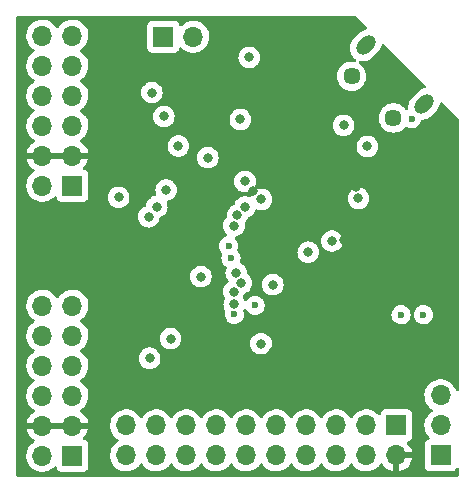
<source format=gbr>
%TF.GenerationSoftware,KiCad,Pcbnew,(6.0.0-0)*%
%TF.CreationDate,2023-01-16T12:19:11+01:00*%
%TF.ProjectId,core-v-mini-mcu-spiboot-fpga,636f7265-2d76-42d6-9d69-6e692d6d6375,rev?*%
%TF.SameCoordinates,Original*%
%TF.FileFunction,Copper,L3,Inr*%
%TF.FilePolarity,Positive*%
%FSLAX46Y46*%
G04 Gerber Fmt 4.6, Leading zero omitted, Abs format (unit mm)*
G04 Created by KiCad (PCBNEW (6.0.0-0)) date 2023-01-16 12:19:11*
%MOMM*%
%LPD*%
G01*
G04 APERTURE LIST*
G04 Aperture macros list*
%AMHorizOval*
0 Thick line with rounded ends*
0 $1 width*
0 $2 $3 position (X,Y) of the first rounded end (center of the circle)*
0 $4 $5 position (X,Y) of the second rounded end (center of the circle)*
0 Add line between two ends*
20,1,$1,$2,$3,$4,$5,0*
0 Add two circle primitives to create the rounded ends*
1,1,$1,$2,$3*
1,1,$1,$4,$5*%
G04 Aperture macros list end*
%TA.AperFunction,ComponentPad*%
%ADD10O,1.700000X1.700000*%
%TD*%
%TA.AperFunction,ComponentPad*%
%ADD11R,1.700000X1.700000*%
%TD*%
%TA.AperFunction,ComponentPad*%
%ADD12HorizOval,1.200000X-0.247487X-0.247487X0.247487X0.247487X0*%
%TD*%
%TA.AperFunction,ComponentPad*%
%ADD13HorizOval,1.200000X0.247487X0.247487X-0.247487X-0.247487X0*%
%TD*%
%TA.AperFunction,ComponentPad*%
%ADD14C,1.450000*%
%TD*%
%TA.AperFunction,ViaPad*%
%ADD15C,0.800000*%
%TD*%
%TA.AperFunction,ViaPad*%
%ADD16C,0.600000*%
%TD*%
G04 APERTURE END LIST*
D10*
%TO.N,/3V3_LDO*%
%TO.C,J2*%
X112450000Y-104120000D03*
%TO.N,+3V3*%
X112450000Y-106660000D03*
D11*
%TO.N,/3V3_PMOD*%
X112450000Y-109200000D03*
%TD*%
D10*
%TO.N,/RX1*%
%TO.C,J1*%
X85852000Y-109205000D03*
%TO.N,/TX1*%
X85852000Y-106665000D03*
%TO.N,/A7*%
X88392000Y-109205000D03*
%TO.N,/A6*%
X88392000Y-106665000D03*
%TO.N,/B5*%
X90932000Y-109205000D03*
%TO.N,/SPI_CS*%
X90932000Y-106665000D03*
%TO.N,/C3*%
X93472000Y-109205000D03*
%TO.N,/C2*%
X93472000Y-106665000D03*
%TO.N,/C5*%
X96012000Y-109205000D03*
%TO.N,/C4*%
X96012000Y-106665000D03*
%TO.N,/C7*%
X98552000Y-109205000D03*
%TO.N,/C6*%
X98552000Y-106665000D03*
%TO.N,/D3*%
X101092000Y-109205000D03*
%TO.N,/D2*%
X101092000Y-106665000D03*
%TO.N,/D5*%
X103632000Y-109205000D03*
%TO.N,/D4*%
X103632000Y-106665000D03*
%TO.N,/D7*%
X106172000Y-109205000D03*
%TO.N,/D6*%
X106172000Y-106665000D03*
%TO.N,GND*%
X108712000Y-109205000D03*
D11*
%TO.N,+3V3*%
X108712000Y-106665000D03*
%TD*%
%TO.N,/FLASH_CS*%
%TO.C,JSPICS1*%
X88975000Y-73750000D03*
D10*
%TO.N,/iCE_SS_B*%
X91515000Y-73750000D03*
%TD*%
D11*
%TO.N,/3V3_PMOD*%
%TO.C,PMOD1*%
X81280000Y-109220000D03*
D10*
X78740000Y-109220000D03*
%TO.N,GND*%
X81280000Y-106680000D03*
X78740000Y-106680000D03*
%TO.N,/A5*%
X81280000Y-104140000D03*
%TO.N,/A4*%
X78740000Y-104140000D03*
%TO.N,/TMS*%
X81280000Y-101600000D03*
%TO.N,/TDO*%
X78740000Y-101600000D03*
%TO.N,/TDI*%
X81280000Y-99060000D03*
%TO.N,/TCK*%
X78740000Y-99060000D03*
%TO.N,/RX0*%
X81280000Y-96520000D03*
%TO.N,/TX0*%
X78740000Y-96520000D03*
%TD*%
D12*
%TO.N,Net-(P1-Pad6)*%
%TO.C,P1*%
X111078217Y-79425514D03*
D13*
X106128470Y-74475767D03*
D14*
X108461922Y-80627596D03*
X104926388Y-77092062D03*
%TD*%
D11*
%TO.N,/3V3_PMOD*%
%TO.C,PMOD2*%
X81280000Y-86360000D03*
D10*
X78740000Y-86360000D03*
%TO.N,GND*%
X81280000Y-83820000D03*
X78740000Y-83820000D03*
%TO.N,/iCE_CRESET*%
X81280000Y-81280000D03*
%TO.N,/iCE_CDONE*%
X78740000Y-81280000D03*
%TO.N,/FLASH_nHLD_nRST*%
X81280000Y-78740000D03*
%TO.N,/FLASH_nWP*%
X78740000Y-78740000D03*
%TO.N,/FLASH_MISO*%
X81280000Y-76200000D03*
%TO.N,/FLASH_MOSI*%
X78740000Y-76200000D03*
%TO.N,/FLASH_SCK*%
X81280000Y-73660000D03*
%TO.N,/FLASH_CS*%
X78740000Y-73660000D03*
%TD*%
D15*
%TO.N,GND*%
X87500000Y-84250000D03*
D16*
%TO.N,/RX1*%
X96750000Y-96500000D03*
%TO.N,/TX1*%
X95000000Y-97250000D03*
D15*
%TO.N,+3V3*%
X85200000Y-87350000D03*
D16*
%TO.N,/A4*%
X94500000Y-91450000D03*
%TO.N,/A5*%
X94700000Y-92500000D03*
D15*
%TO.N,GND*%
X110250000Y-104050000D03*
X111850000Y-96250000D03*
X113550000Y-97650000D03*
D16*
%TO.N,+5V*%
X111000000Y-97300000D03*
X109100000Y-97300000D03*
X110000000Y-80700000D03*
D15*
%TO.N,GND*%
X105250000Y-86450000D03*
X104150000Y-85350000D03*
X104250000Y-91000000D03*
X109600000Y-92100000D03*
X109500000Y-88850000D03*
%TO.N,/VCORE*%
X105500000Y-87450000D03*
X103250000Y-91050000D03*
%TO.N,+3V3*%
X106250000Y-83050000D03*
%TO.N,/VCORE*%
X101250000Y-92000000D03*
X92160180Y-94072795D03*
X97283226Y-87535325D03*
%TO.N,GND*%
X96598430Y-86807273D03*
X94750000Y-99500000D03*
X85000000Y-94500000D03*
X91739375Y-102464514D03*
X101000000Y-82750000D03*
X100250000Y-90500000D03*
X89500000Y-84250000D03*
X99750000Y-77000000D03*
X100750000Y-101500000D03*
X111888123Y-85778922D03*
X91626968Y-89610996D03*
X104500000Y-79000000D03*
X90500000Y-91500000D03*
X83500000Y-81000000D03*
X98275979Y-100447559D03*
%TO.N,+3V3*%
X96250000Y-75500000D03*
X95500000Y-80750000D03*
X97250000Y-99750000D03*
X90250000Y-83000000D03*
X98250000Y-94750000D03*
X89593557Y-99324675D03*
X87825500Y-100973019D03*
X87750000Y-89000000D03*
X104250000Y-81250000D03*
X92750000Y-84000000D03*
%TO.N,/A6*%
X95152962Y-93765920D03*
%TO.N,/A7*%
X95593575Y-94607000D03*
%TO.N,/B5*%
X94980361Y-96400725D03*
%TO.N,/iCE_SS_B*%
X88424500Y-88146516D03*
%TO.N,/TCK*%
X95896260Y-86004568D03*
%TO.N,/TDI*%
X95900892Y-88156858D03*
%TO.N,/TDO*%
X95255997Y-88853755D03*
%TO.N,/TMS*%
X94959746Y-89755858D03*
%TO.N,/FLASH_MOSI*%
X89025500Y-80500000D03*
X89215479Y-86721961D03*
%TO.N,/FLASH_nHLD_nRST*%
X88012299Y-78487701D03*
%TO.N,/SPI_CS*%
X94931511Y-95344608D03*
%TD*%
%TA.AperFunction,Conductor*%
%TO.N,GND*%
G36*
X105305511Y-72028002D02*
G01*
X105326485Y-72044905D01*
X106212371Y-72930791D01*
X106246397Y-72993103D01*
X106241332Y-73063918D01*
X106198785Y-73120754D01*
X106149796Y-73143063D01*
X106039255Y-73166862D01*
X106033743Y-73169207D01*
X106033741Y-73169208D01*
X105986511Y-73189305D01*
X105844621Y-73249680D01*
X105669158Y-73367808D01*
X105665033Y-73371549D01*
X105059787Y-73976794D01*
X104958903Y-74098959D01*
X104857487Y-74284583D01*
X104814211Y-74419778D01*
X104799576Y-74465499D01*
X104793002Y-74486035D01*
X104792288Y-74491981D01*
X104770588Y-74672618D01*
X104767773Y-74696047D01*
X104768196Y-74702022D01*
X104768196Y-74702025D01*
X104779852Y-74866632D01*
X104782713Y-74907042D01*
X104784260Y-74912835D01*
X104784260Y-74912836D01*
X104834929Y-75102598D01*
X104837280Y-75111404D01*
X104839894Y-75116799D01*
X104839895Y-75116802D01*
X104883533Y-75206870D01*
X104929507Y-75301761D01*
X105056066Y-75471244D01*
X105212389Y-75613736D01*
X105217503Y-75616864D01*
X105217506Y-75616866D01*
X105277559Y-75653594D01*
X105325236Y-75706200D01*
X105336904Y-75776231D01*
X105308858Y-75841453D01*
X105250002Y-75881159D01*
X105179207Y-75882791D01*
X105146716Y-75874085D01*
X105146714Y-75874085D01*
X105141401Y-75872661D01*
X104926388Y-75853850D01*
X104711375Y-75872661D01*
X104706062Y-75874085D01*
X104706060Y-75874085D01*
X104508205Y-75927100D01*
X104508203Y-75927101D01*
X104502895Y-75928523D01*
X104497914Y-75930845D01*
X104497913Y-75930846D01*
X104312269Y-76017413D01*
X104312264Y-76017416D01*
X104307282Y-76019739D01*
X104130481Y-76143537D01*
X103977863Y-76296155D01*
X103854065Y-76472956D01*
X103851742Y-76477938D01*
X103851739Y-76477943D01*
X103791261Y-76607639D01*
X103762849Y-76668569D01*
X103761427Y-76673877D01*
X103761426Y-76673879D01*
X103708411Y-76871734D01*
X103706987Y-76877049D01*
X103688176Y-77092062D01*
X103706987Y-77307075D01*
X103708411Y-77312388D01*
X103708411Y-77312390D01*
X103754222Y-77483357D01*
X103762849Y-77515555D01*
X103765171Y-77520536D01*
X103765172Y-77520537D01*
X103851739Y-77706181D01*
X103851742Y-77706186D01*
X103854065Y-77711168D01*
X103874147Y-77739848D01*
X103972660Y-77880538D01*
X103977863Y-77887969D01*
X104130481Y-78040587D01*
X104134989Y-78043744D01*
X104134992Y-78043746D01*
X104205037Y-78092792D01*
X104307282Y-78164385D01*
X104312264Y-78166708D01*
X104312269Y-78166711D01*
X104497913Y-78253278D01*
X104502895Y-78255601D01*
X104508203Y-78257023D01*
X104508205Y-78257024D01*
X104706060Y-78310039D01*
X104706062Y-78310039D01*
X104711375Y-78311463D01*
X104926388Y-78330274D01*
X105141401Y-78311463D01*
X105146714Y-78310039D01*
X105146716Y-78310039D01*
X105344571Y-78257024D01*
X105344573Y-78257023D01*
X105349881Y-78255601D01*
X105354863Y-78253278D01*
X105540507Y-78166711D01*
X105540512Y-78166708D01*
X105545494Y-78164385D01*
X105647739Y-78092792D01*
X105717784Y-78043746D01*
X105717787Y-78043744D01*
X105722295Y-78040587D01*
X105874913Y-77887969D01*
X105880117Y-77880538D01*
X105978629Y-77739848D01*
X105998711Y-77711168D01*
X106001034Y-77706186D01*
X106001037Y-77706181D01*
X106087604Y-77520537D01*
X106087605Y-77520536D01*
X106089927Y-77515555D01*
X106098555Y-77483357D01*
X106144365Y-77312390D01*
X106144365Y-77312388D01*
X106145789Y-77307075D01*
X106164600Y-77092062D01*
X106145789Y-76877049D01*
X106144365Y-76871734D01*
X106091350Y-76673879D01*
X106091349Y-76673877D01*
X106089927Y-76668569D01*
X106061515Y-76607639D01*
X106001037Y-76477943D01*
X106001034Y-76477938D01*
X105998711Y-76472956D01*
X105874913Y-76296155D01*
X105722295Y-76143537D01*
X105717784Y-76140378D01*
X105572275Y-76038491D01*
X105527947Y-75983034D01*
X105520638Y-75912414D01*
X105552669Y-75849054D01*
X105613870Y-75813069D01*
X105665666Y-75811061D01*
X105799429Y-75833806D01*
X105878584Y-75832079D01*
X106004902Y-75829322D01*
X106004903Y-75829322D01*
X106010900Y-75829191D01*
X106016760Y-75827929D01*
X106016763Y-75827929D01*
X106154162Y-75798348D01*
X106217685Y-75784672D01*
X106223197Y-75782327D01*
X106223199Y-75782326D01*
X106389870Y-75711406D01*
X106412319Y-75701854D01*
X106587782Y-75583726D01*
X106591907Y-75579985D01*
X107197153Y-74974740D01*
X107206633Y-74963261D01*
X107253058Y-74907042D01*
X107298037Y-74852575D01*
X107399453Y-74666951D01*
X107463938Y-74465499D01*
X107464653Y-74459543D01*
X107465014Y-74457890D01*
X107499069Y-74395594D01*
X107561398Y-74361599D01*
X107632211Y-74366697D01*
X107677217Y-74395637D01*
X111162118Y-77880538D01*
X111196144Y-77942850D01*
X111191079Y-78013665D01*
X111148532Y-78070501D01*
X111099543Y-78092810D01*
X110989002Y-78116609D01*
X110983490Y-78118954D01*
X110983488Y-78118955D01*
X110910836Y-78149869D01*
X110794368Y-78199427D01*
X110618905Y-78317555D01*
X110614780Y-78321296D01*
X110009534Y-78926541D01*
X109908650Y-79048706D01*
X109807234Y-79234330D01*
X109770263Y-79349829D01*
X109749323Y-79415246D01*
X109742749Y-79435782D01*
X109739073Y-79466380D01*
X109720200Y-79623489D01*
X109717520Y-79645794D01*
X109717943Y-79651769D01*
X109717943Y-79651772D01*
X109719876Y-79679071D01*
X109729936Y-79821134D01*
X109731211Y-79839145D01*
X109716071Y-79908509D01*
X109665833Y-79958675D01*
X109660011Y-79961628D01*
X109653579Y-79963818D01*
X109647580Y-79967509D01*
X109641204Y-79970509D01*
X109640411Y-79968824D01*
X109580930Y-79985020D01*
X109513218Y-79963676D01*
X109480207Y-79931316D01*
X109413606Y-79836200D01*
X109413604Y-79836197D01*
X109410447Y-79831689D01*
X109257829Y-79679071D01*
X109081028Y-79555273D01*
X109076046Y-79552950D01*
X109076041Y-79552947D01*
X108890397Y-79466380D01*
X108890396Y-79466379D01*
X108885415Y-79464057D01*
X108880107Y-79462635D01*
X108880105Y-79462634D01*
X108682250Y-79409619D01*
X108682248Y-79409619D01*
X108676935Y-79408195D01*
X108461922Y-79389384D01*
X108246909Y-79408195D01*
X108241596Y-79409619D01*
X108241594Y-79409619D01*
X108043739Y-79462634D01*
X108043737Y-79462635D01*
X108038429Y-79464057D01*
X108033448Y-79466379D01*
X108033447Y-79466380D01*
X107847803Y-79552947D01*
X107847798Y-79552950D01*
X107842816Y-79555273D01*
X107666015Y-79679071D01*
X107513397Y-79831689D01*
X107510240Y-79836197D01*
X107510238Y-79836200D01*
X107465932Y-79899476D01*
X107389599Y-80008490D01*
X107387276Y-80013472D01*
X107387273Y-80013477D01*
X107321508Y-80154511D01*
X107298383Y-80204103D01*
X107296961Y-80209411D01*
X107296960Y-80209413D01*
X107251296Y-80379834D01*
X107242521Y-80412583D01*
X107223710Y-80627596D01*
X107242521Y-80842609D01*
X107243945Y-80847922D01*
X107243945Y-80847924D01*
X107268598Y-80939928D01*
X107298383Y-81051089D01*
X107300705Y-81056070D01*
X107300706Y-81056071D01*
X107387273Y-81241715D01*
X107387276Y-81241720D01*
X107389599Y-81246702D01*
X107410566Y-81276646D01*
X107508568Y-81416606D01*
X107513397Y-81423503D01*
X107666015Y-81576121D01*
X107670523Y-81579278D01*
X107670526Y-81579280D01*
X107739076Y-81627279D01*
X107842816Y-81699919D01*
X107847798Y-81702242D01*
X107847803Y-81702245D01*
X108028388Y-81786453D01*
X108038429Y-81791135D01*
X108043737Y-81792557D01*
X108043739Y-81792558D01*
X108241594Y-81845573D01*
X108241596Y-81845573D01*
X108246909Y-81846997D01*
X108461922Y-81865808D01*
X108676935Y-81846997D01*
X108682248Y-81845573D01*
X108682250Y-81845573D01*
X108880105Y-81792558D01*
X108880107Y-81792557D01*
X108885415Y-81791135D01*
X108895456Y-81786453D01*
X109076041Y-81702245D01*
X109076046Y-81702242D01*
X109081028Y-81699919D01*
X109184768Y-81627279D01*
X109253318Y-81579280D01*
X109253321Y-81579278D01*
X109257829Y-81576121D01*
X109410447Y-81423503D01*
X109413600Y-81419000D01*
X109415609Y-81416606D01*
X109474720Y-81377282D01*
X109545708Y-81376158D01*
X109581119Y-81392168D01*
X109633159Y-81426222D01*
X109639763Y-81428678D01*
X109639765Y-81428679D01*
X109796558Y-81486990D01*
X109796560Y-81486990D01*
X109803168Y-81489448D01*
X109886995Y-81500633D01*
X109975980Y-81512507D01*
X109975984Y-81512507D01*
X109982961Y-81513438D01*
X109989972Y-81512800D01*
X109989976Y-81512800D01*
X110132459Y-81499832D01*
X110163600Y-81496998D01*
X110170302Y-81494820D01*
X110170304Y-81494820D01*
X110329409Y-81443124D01*
X110329412Y-81443123D01*
X110336108Y-81440947D01*
X110491912Y-81348069D01*
X110623266Y-81222982D01*
X110723643Y-81071902D01*
X110788055Y-80902338D01*
X110790009Y-80888435D01*
X110819296Y-80823761D01*
X110878899Y-80785187D01*
X110912034Y-80779999D01*
X110954649Y-80779069D01*
X110954650Y-80779069D01*
X110960647Y-80778938D01*
X110966507Y-80777676D01*
X110966510Y-80777676D01*
X111095060Y-80750000D01*
X111167432Y-80734419D01*
X111172944Y-80732074D01*
X111172946Y-80732073D01*
X111287416Y-80683365D01*
X111362066Y-80651601D01*
X111537529Y-80533473D01*
X111541654Y-80529732D01*
X112146900Y-79924487D01*
X112158124Y-79910896D01*
X112180424Y-79883891D01*
X112247784Y-79802322D01*
X112349200Y-79616698D01*
X112413685Y-79415246D01*
X112414400Y-79409290D01*
X112414761Y-79407637D01*
X112448816Y-79345341D01*
X112511145Y-79311346D01*
X112581958Y-79316444D01*
X112626964Y-79345384D01*
X113955095Y-80673515D01*
X113989121Y-80735827D01*
X113992000Y-80762610D01*
X113992000Y-103663403D01*
X113971998Y-103731524D01*
X113918342Y-103778017D01*
X113848068Y-103788121D01*
X113783488Y-103758627D01*
X113743796Y-103694098D01*
X113741692Y-103685722D01*
X113741692Y-103685721D01*
X113740431Y-103680702D01*
X113651354Y-103475840D01*
X113611906Y-103414862D01*
X113532822Y-103292617D01*
X113532820Y-103292614D01*
X113530014Y-103288277D01*
X113379670Y-103123051D01*
X113375619Y-103119852D01*
X113375615Y-103119848D01*
X113208414Y-102987800D01*
X113208410Y-102987798D01*
X113204359Y-102984598D01*
X113008789Y-102876638D01*
X113003920Y-102874914D01*
X113003916Y-102874912D01*
X112803087Y-102803795D01*
X112803083Y-102803794D01*
X112798212Y-102802069D01*
X112793119Y-102801162D01*
X112793116Y-102801161D01*
X112583373Y-102763800D01*
X112583367Y-102763799D01*
X112578284Y-102762894D01*
X112504452Y-102761992D01*
X112360081Y-102760228D01*
X112360079Y-102760228D01*
X112354911Y-102760165D01*
X112134091Y-102793955D01*
X111921756Y-102863357D01*
X111723607Y-102966507D01*
X111719474Y-102969610D01*
X111719471Y-102969612D01*
X111549100Y-103097530D01*
X111544965Y-103100635D01*
X111390629Y-103262138D01*
X111387715Y-103266410D01*
X111387714Y-103266411D01*
X111302556Y-103391249D01*
X111264743Y-103446680D01*
X111170688Y-103649305D01*
X111110989Y-103864570D01*
X111087251Y-104086695D01*
X111087548Y-104091848D01*
X111087548Y-104091851D01*
X111093011Y-104186590D01*
X111100110Y-104309715D01*
X111101247Y-104314761D01*
X111101248Y-104314767D01*
X111122275Y-104408069D01*
X111149222Y-104527639D01*
X111233266Y-104734616D01*
X111349987Y-104925088D01*
X111496250Y-105093938D01*
X111668126Y-105236632D01*
X111702352Y-105256632D01*
X111741445Y-105279476D01*
X111790169Y-105331114D01*
X111803240Y-105400897D01*
X111776509Y-105466669D01*
X111736055Y-105500027D01*
X111723607Y-105506507D01*
X111719474Y-105509610D01*
X111719471Y-105509612D01*
X111549100Y-105637530D01*
X111544965Y-105640635D01*
X111519894Y-105666870D01*
X111422898Y-105768371D01*
X111390629Y-105802138D01*
X111387715Y-105806410D01*
X111387714Y-105806411D01*
X111372798Y-105828277D01*
X111264743Y-105986680D01*
X111170688Y-106189305D01*
X111110989Y-106404570D01*
X111087251Y-106626695D01*
X111087548Y-106631848D01*
X111087548Y-106631851D01*
X111089171Y-106660000D01*
X111100110Y-106849715D01*
X111101247Y-106854761D01*
X111101248Y-106854767D01*
X111102375Y-106859767D01*
X111149222Y-107067639D01*
X111233266Y-107274616D01*
X111349987Y-107465088D01*
X111496250Y-107633938D01*
X111500230Y-107637242D01*
X111504981Y-107641187D01*
X111544616Y-107700090D01*
X111546113Y-107771071D01*
X111508997Y-107831593D01*
X111468725Y-107856112D01*
X111418963Y-107874767D01*
X111353295Y-107899385D01*
X111236739Y-107986739D01*
X111149385Y-108103295D01*
X111098255Y-108239684D01*
X111091500Y-108301866D01*
X111091500Y-110098134D01*
X111098255Y-110160316D01*
X111149385Y-110296705D01*
X111236739Y-110413261D01*
X111353295Y-110500615D01*
X111489684Y-110551745D01*
X111551866Y-110558500D01*
X113348134Y-110558500D01*
X113410316Y-110551745D01*
X113546705Y-110500615D01*
X113663261Y-110413261D01*
X113741927Y-110308297D01*
X113745231Y-110303889D01*
X113745231Y-110303888D01*
X113750615Y-110296705D01*
X113753767Y-110288297D01*
X113755480Y-110285169D01*
X113805738Y-110235023D01*
X113875129Y-110220009D01*
X113941622Y-110244894D01*
X113984105Y-110301778D01*
X113992000Y-110345678D01*
X113992000Y-110866000D01*
X113971998Y-110934121D01*
X113918342Y-110980614D01*
X113866000Y-110992000D01*
X76634000Y-110992000D01*
X76565879Y-110971998D01*
X76519386Y-110918342D01*
X76508000Y-110866000D01*
X76508000Y-109186695D01*
X77377251Y-109186695D01*
X77390110Y-109409715D01*
X77391247Y-109414761D01*
X77391248Y-109414767D01*
X77404270Y-109472548D01*
X77439222Y-109627639D01*
X77523266Y-109834616D01*
X77525965Y-109839020D01*
X77628099Y-110005688D01*
X77639987Y-110025088D01*
X77786250Y-110193938D01*
X77958126Y-110336632D01*
X78151000Y-110449338D01*
X78359692Y-110529030D01*
X78364760Y-110530061D01*
X78364763Y-110530062D01*
X78471339Y-110551745D01*
X78578597Y-110573567D01*
X78583772Y-110573757D01*
X78583774Y-110573757D01*
X78796673Y-110581564D01*
X78796677Y-110581564D01*
X78801837Y-110581753D01*
X78806957Y-110581097D01*
X78806959Y-110581097D01*
X79018288Y-110554025D01*
X79018289Y-110554025D01*
X79023416Y-110553368D01*
X79069997Y-110539393D01*
X79232429Y-110490661D01*
X79232434Y-110490659D01*
X79237384Y-110489174D01*
X79437994Y-110390896D01*
X79619860Y-110261173D01*
X79728091Y-110153319D01*
X79790462Y-110119404D01*
X79861268Y-110124592D01*
X79918030Y-110167238D01*
X79935012Y-110198341D01*
X79957201Y-110257529D01*
X79979385Y-110316705D01*
X80066739Y-110433261D01*
X80183295Y-110520615D01*
X80319684Y-110571745D01*
X80381866Y-110578500D01*
X82178134Y-110578500D01*
X82240316Y-110571745D01*
X82376705Y-110520615D01*
X82493261Y-110433261D01*
X82580615Y-110316705D01*
X82631745Y-110180316D01*
X82638500Y-110118134D01*
X82638500Y-109171695D01*
X84489251Y-109171695D01*
X84502110Y-109394715D01*
X84503247Y-109399761D01*
X84503248Y-109399767D01*
X84505490Y-109409715D01*
X84551222Y-109612639D01*
X84635266Y-109819616D01*
X84681877Y-109895678D01*
X84749291Y-110005688D01*
X84751987Y-110010088D01*
X84898250Y-110178938D01*
X85070126Y-110321632D01*
X85263000Y-110434338D01*
X85471692Y-110514030D01*
X85476760Y-110515061D01*
X85476763Y-110515062D01*
X85550491Y-110530062D01*
X85690597Y-110558567D01*
X85695772Y-110558757D01*
X85695774Y-110558757D01*
X85908673Y-110566564D01*
X85908677Y-110566564D01*
X85913837Y-110566753D01*
X85918957Y-110566097D01*
X85918959Y-110566097D01*
X86130288Y-110539025D01*
X86130289Y-110539025D01*
X86135416Y-110538368D01*
X86140366Y-110536883D01*
X86344429Y-110475661D01*
X86344434Y-110475659D01*
X86349384Y-110474174D01*
X86549994Y-110375896D01*
X86731860Y-110246173D01*
X86779860Y-110198341D01*
X86825901Y-110152460D01*
X86890096Y-110088489D01*
X86949594Y-110005689D01*
X87020453Y-109907077D01*
X87021776Y-109908028D01*
X87068645Y-109864857D01*
X87138580Y-109852625D01*
X87204026Y-109880144D01*
X87231875Y-109911994D01*
X87291987Y-110010088D01*
X87438250Y-110178938D01*
X87610126Y-110321632D01*
X87803000Y-110434338D01*
X88011692Y-110514030D01*
X88016760Y-110515061D01*
X88016763Y-110515062D01*
X88090491Y-110530062D01*
X88230597Y-110558567D01*
X88235772Y-110558757D01*
X88235774Y-110558757D01*
X88448673Y-110566564D01*
X88448677Y-110566564D01*
X88453837Y-110566753D01*
X88458957Y-110566097D01*
X88458959Y-110566097D01*
X88670288Y-110539025D01*
X88670289Y-110539025D01*
X88675416Y-110538368D01*
X88680366Y-110536883D01*
X88884429Y-110475661D01*
X88884434Y-110475659D01*
X88889384Y-110474174D01*
X89089994Y-110375896D01*
X89271860Y-110246173D01*
X89319860Y-110198341D01*
X89365901Y-110152460D01*
X89430096Y-110088489D01*
X89489594Y-110005689D01*
X89560453Y-109907077D01*
X89561776Y-109908028D01*
X89608645Y-109864857D01*
X89678580Y-109852625D01*
X89744026Y-109880144D01*
X89771875Y-109911994D01*
X89831987Y-110010088D01*
X89978250Y-110178938D01*
X90150126Y-110321632D01*
X90343000Y-110434338D01*
X90551692Y-110514030D01*
X90556760Y-110515061D01*
X90556763Y-110515062D01*
X90630491Y-110530062D01*
X90770597Y-110558567D01*
X90775772Y-110558757D01*
X90775774Y-110558757D01*
X90988673Y-110566564D01*
X90988677Y-110566564D01*
X90993837Y-110566753D01*
X90998957Y-110566097D01*
X90998959Y-110566097D01*
X91210288Y-110539025D01*
X91210289Y-110539025D01*
X91215416Y-110538368D01*
X91220366Y-110536883D01*
X91424429Y-110475661D01*
X91424434Y-110475659D01*
X91429384Y-110474174D01*
X91629994Y-110375896D01*
X91811860Y-110246173D01*
X91859860Y-110198341D01*
X91905901Y-110152460D01*
X91970096Y-110088489D01*
X92029594Y-110005689D01*
X92100453Y-109907077D01*
X92101776Y-109908028D01*
X92148645Y-109864857D01*
X92218580Y-109852625D01*
X92284026Y-109880144D01*
X92311875Y-109911994D01*
X92371987Y-110010088D01*
X92518250Y-110178938D01*
X92690126Y-110321632D01*
X92883000Y-110434338D01*
X93091692Y-110514030D01*
X93096760Y-110515061D01*
X93096763Y-110515062D01*
X93170491Y-110530062D01*
X93310597Y-110558567D01*
X93315772Y-110558757D01*
X93315774Y-110558757D01*
X93528673Y-110566564D01*
X93528677Y-110566564D01*
X93533837Y-110566753D01*
X93538957Y-110566097D01*
X93538959Y-110566097D01*
X93750288Y-110539025D01*
X93750289Y-110539025D01*
X93755416Y-110538368D01*
X93760366Y-110536883D01*
X93964429Y-110475661D01*
X93964434Y-110475659D01*
X93969384Y-110474174D01*
X94169994Y-110375896D01*
X94351860Y-110246173D01*
X94399860Y-110198341D01*
X94445901Y-110152460D01*
X94510096Y-110088489D01*
X94569594Y-110005689D01*
X94640453Y-109907077D01*
X94641776Y-109908028D01*
X94688645Y-109864857D01*
X94758580Y-109852625D01*
X94824026Y-109880144D01*
X94851875Y-109911994D01*
X94911987Y-110010088D01*
X95058250Y-110178938D01*
X95230126Y-110321632D01*
X95423000Y-110434338D01*
X95631692Y-110514030D01*
X95636760Y-110515061D01*
X95636763Y-110515062D01*
X95710491Y-110530062D01*
X95850597Y-110558567D01*
X95855772Y-110558757D01*
X95855774Y-110558757D01*
X96068673Y-110566564D01*
X96068677Y-110566564D01*
X96073837Y-110566753D01*
X96078957Y-110566097D01*
X96078959Y-110566097D01*
X96290288Y-110539025D01*
X96290289Y-110539025D01*
X96295416Y-110538368D01*
X96300366Y-110536883D01*
X96504429Y-110475661D01*
X96504434Y-110475659D01*
X96509384Y-110474174D01*
X96709994Y-110375896D01*
X96891860Y-110246173D01*
X96939860Y-110198341D01*
X96985901Y-110152460D01*
X97050096Y-110088489D01*
X97109594Y-110005689D01*
X97180453Y-109907077D01*
X97181776Y-109908028D01*
X97228645Y-109864857D01*
X97298580Y-109852625D01*
X97364026Y-109880144D01*
X97391875Y-109911994D01*
X97451987Y-110010088D01*
X97598250Y-110178938D01*
X97770126Y-110321632D01*
X97963000Y-110434338D01*
X98171692Y-110514030D01*
X98176760Y-110515061D01*
X98176763Y-110515062D01*
X98250491Y-110530062D01*
X98390597Y-110558567D01*
X98395772Y-110558757D01*
X98395774Y-110558757D01*
X98608673Y-110566564D01*
X98608677Y-110566564D01*
X98613837Y-110566753D01*
X98618957Y-110566097D01*
X98618959Y-110566097D01*
X98830288Y-110539025D01*
X98830289Y-110539025D01*
X98835416Y-110538368D01*
X98840366Y-110536883D01*
X99044429Y-110475661D01*
X99044434Y-110475659D01*
X99049384Y-110474174D01*
X99249994Y-110375896D01*
X99431860Y-110246173D01*
X99479860Y-110198341D01*
X99525901Y-110152460D01*
X99590096Y-110088489D01*
X99649594Y-110005689D01*
X99720453Y-109907077D01*
X99721776Y-109908028D01*
X99768645Y-109864857D01*
X99838580Y-109852625D01*
X99904026Y-109880144D01*
X99931875Y-109911994D01*
X99991987Y-110010088D01*
X100138250Y-110178938D01*
X100310126Y-110321632D01*
X100503000Y-110434338D01*
X100711692Y-110514030D01*
X100716760Y-110515061D01*
X100716763Y-110515062D01*
X100790491Y-110530062D01*
X100930597Y-110558567D01*
X100935772Y-110558757D01*
X100935774Y-110558757D01*
X101148673Y-110566564D01*
X101148677Y-110566564D01*
X101153837Y-110566753D01*
X101158957Y-110566097D01*
X101158959Y-110566097D01*
X101370288Y-110539025D01*
X101370289Y-110539025D01*
X101375416Y-110538368D01*
X101380366Y-110536883D01*
X101584429Y-110475661D01*
X101584434Y-110475659D01*
X101589384Y-110474174D01*
X101789994Y-110375896D01*
X101971860Y-110246173D01*
X102019860Y-110198341D01*
X102065901Y-110152460D01*
X102130096Y-110088489D01*
X102189594Y-110005689D01*
X102260453Y-109907077D01*
X102261776Y-109908028D01*
X102308645Y-109864857D01*
X102378580Y-109852625D01*
X102444026Y-109880144D01*
X102471875Y-109911994D01*
X102531987Y-110010088D01*
X102678250Y-110178938D01*
X102850126Y-110321632D01*
X103043000Y-110434338D01*
X103251692Y-110514030D01*
X103256760Y-110515061D01*
X103256763Y-110515062D01*
X103330491Y-110530062D01*
X103470597Y-110558567D01*
X103475772Y-110558757D01*
X103475774Y-110558757D01*
X103688673Y-110566564D01*
X103688677Y-110566564D01*
X103693837Y-110566753D01*
X103698957Y-110566097D01*
X103698959Y-110566097D01*
X103910288Y-110539025D01*
X103910289Y-110539025D01*
X103915416Y-110538368D01*
X103920366Y-110536883D01*
X104124429Y-110475661D01*
X104124434Y-110475659D01*
X104129384Y-110474174D01*
X104329994Y-110375896D01*
X104511860Y-110246173D01*
X104559860Y-110198341D01*
X104605901Y-110152460D01*
X104670096Y-110088489D01*
X104729594Y-110005689D01*
X104800453Y-109907077D01*
X104801776Y-109908028D01*
X104848645Y-109864857D01*
X104918580Y-109852625D01*
X104984026Y-109880144D01*
X105011875Y-109911994D01*
X105071987Y-110010088D01*
X105218250Y-110178938D01*
X105390126Y-110321632D01*
X105583000Y-110434338D01*
X105791692Y-110514030D01*
X105796760Y-110515061D01*
X105796763Y-110515062D01*
X105870491Y-110530062D01*
X106010597Y-110558567D01*
X106015772Y-110558757D01*
X106015774Y-110558757D01*
X106228673Y-110566564D01*
X106228677Y-110566564D01*
X106233837Y-110566753D01*
X106238957Y-110566097D01*
X106238959Y-110566097D01*
X106450288Y-110539025D01*
X106450289Y-110539025D01*
X106455416Y-110538368D01*
X106460366Y-110536883D01*
X106664429Y-110475661D01*
X106664434Y-110475659D01*
X106669384Y-110474174D01*
X106869994Y-110375896D01*
X107051860Y-110246173D01*
X107099860Y-110198341D01*
X107145901Y-110152460D01*
X107210096Y-110088489D01*
X107269594Y-110005689D01*
X107340453Y-109907077D01*
X107341640Y-109907930D01*
X107388960Y-109864362D01*
X107458897Y-109852145D01*
X107524338Y-109879678D01*
X107552166Y-109911511D01*
X107609694Y-110005388D01*
X107615777Y-110013699D01*
X107755213Y-110174667D01*
X107762580Y-110181883D01*
X107926434Y-110317916D01*
X107934881Y-110323831D01*
X108118756Y-110431279D01*
X108128042Y-110435729D01*
X108327001Y-110511703D01*
X108336899Y-110514579D01*
X108440250Y-110535606D01*
X108454299Y-110534410D01*
X108458000Y-110524065D01*
X108458000Y-110523517D01*
X108966000Y-110523517D01*
X108970064Y-110537359D01*
X108983478Y-110539393D01*
X108990184Y-110538534D01*
X109000262Y-110536392D01*
X109204255Y-110475191D01*
X109213842Y-110471433D01*
X109405095Y-110377739D01*
X109413945Y-110372464D01*
X109587328Y-110248792D01*
X109595200Y-110242139D01*
X109746052Y-110091812D01*
X109752730Y-110083965D01*
X109877003Y-109911020D01*
X109882313Y-109902183D01*
X109976670Y-109711267D01*
X109980469Y-109701672D01*
X110042377Y-109497910D01*
X110044555Y-109487837D01*
X110045986Y-109476962D01*
X110043775Y-109462778D01*
X110030617Y-109459000D01*
X108984115Y-109459000D01*
X108968876Y-109463475D01*
X108967671Y-109464865D01*
X108966000Y-109472548D01*
X108966000Y-110523517D01*
X108458000Y-110523517D01*
X108458000Y-109077000D01*
X108478002Y-109008879D01*
X108531658Y-108962386D01*
X108584000Y-108951000D01*
X110030344Y-108951000D01*
X110043875Y-108947027D01*
X110045180Y-108937947D01*
X110003214Y-108770875D01*
X109999894Y-108761124D01*
X109914972Y-108565814D01*
X109910105Y-108556739D01*
X109794426Y-108377926D01*
X109788136Y-108369757D01*
X109644293Y-108211677D01*
X109613241Y-108147831D01*
X109621635Y-108077333D01*
X109666812Y-108022564D01*
X109693256Y-108008895D01*
X109800297Y-107968767D01*
X109808705Y-107965615D01*
X109925261Y-107878261D01*
X110012615Y-107761705D01*
X110063745Y-107625316D01*
X110070500Y-107563134D01*
X110070500Y-105766866D01*
X110063745Y-105704684D01*
X110012615Y-105568295D01*
X109925261Y-105451739D01*
X109808705Y-105364385D01*
X109672316Y-105313255D01*
X109610134Y-105306500D01*
X107813866Y-105306500D01*
X107751684Y-105313255D01*
X107615295Y-105364385D01*
X107498739Y-105451739D01*
X107411385Y-105568295D01*
X107408233Y-105576703D01*
X107366919Y-105686907D01*
X107324277Y-105743671D01*
X107257716Y-105768371D01*
X107188367Y-105753163D01*
X107155743Y-105727476D01*
X107105151Y-105671875D01*
X107105142Y-105671866D01*
X107101670Y-105668051D01*
X107097619Y-105664852D01*
X107097615Y-105664848D01*
X106930414Y-105532800D01*
X106930410Y-105532798D01*
X106926359Y-105529598D01*
X106917302Y-105524598D01*
X106821453Y-105471687D01*
X106730789Y-105421638D01*
X106725920Y-105419914D01*
X106725916Y-105419912D01*
X106525087Y-105348795D01*
X106525083Y-105348794D01*
X106520212Y-105347069D01*
X106515119Y-105346162D01*
X106515116Y-105346161D01*
X106305373Y-105308800D01*
X106305367Y-105308799D01*
X106300284Y-105307894D01*
X106226452Y-105306992D01*
X106082081Y-105305228D01*
X106082079Y-105305228D01*
X106076911Y-105305165D01*
X105856091Y-105338955D01*
X105643756Y-105408357D01*
X105445607Y-105511507D01*
X105441474Y-105514610D01*
X105441471Y-105514612D01*
X105273624Y-105640635D01*
X105266965Y-105645635D01*
X105233920Y-105680215D01*
X105173280Y-105743671D01*
X105112629Y-105807138D01*
X105005201Y-105964621D01*
X104950293Y-106009621D01*
X104879768Y-106017792D01*
X104816021Y-105986538D01*
X104795324Y-105962054D01*
X104714822Y-105837617D01*
X104714820Y-105837614D01*
X104712014Y-105833277D01*
X104561670Y-105668051D01*
X104557619Y-105664852D01*
X104557615Y-105664848D01*
X104390414Y-105532800D01*
X104390410Y-105532798D01*
X104386359Y-105529598D01*
X104377302Y-105524598D01*
X104281453Y-105471687D01*
X104190789Y-105421638D01*
X104185920Y-105419914D01*
X104185916Y-105419912D01*
X103985087Y-105348795D01*
X103985083Y-105348794D01*
X103980212Y-105347069D01*
X103975119Y-105346162D01*
X103975116Y-105346161D01*
X103765373Y-105308800D01*
X103765367Y-105308799D01*
X103760284Y-105307894D01*
X103686452Y-105306992D01*
X103542081Y-105305228D01*
X103542079Y-105305228D01*
X103536911Y-105305165D01*
X103316091Y-105338955D01*
X103103756Y-105408357D01*
X102905607Y-105511507D01*
X102901474Y-105514610D01*
X102901471Y-105514612D01*
X102733624Y-105640635D01*
X102726965Y-105645635D01*
X102693920Y-105680215D01*
X102633280Y-105743671D01*
X102572629Y-105807138D01*
X102465201Y-105964621D01*
X102410293Y-106009621D01*
X102339768Y-106017792D01*
X102276021Y-105986538D01*
X102255324Y-105962054D01*
X102174822Y-105837617D01*
X102174820Y-105837614D01*
X102172014Y-105833277D01*
X102021670Y-105668051D01*
X102017619Y-105664852D01*
X102017615Y-105664848D01*
X101850414Y-105532800D01*
X101850410Y-105532798D01*
X101846359Y-105529598D01*
X101837302Y-105524598D01*
X101741453Y-105471687D01*
X101650789Y-105421638D01*
X101645920Y-105419914D01*
X101645916Y-105419912D01*
X101445087Y-105348795D01*
X101445083Y-105348794D01*
X101440212Y-105347069D01*
X101435119Y-105346162D01*
X101435116Y-105346161D01*
X101225373Y-105308800D01*
X101225367Y-105308799D01*
X101220284Y-105307894D01*
X101146452Y-105306992D01*
X101002081Y-105305228D01*
X101002079Y-105305228D01*
X100996911Y-105305165D01*
X100776091Y-105338955D01*
X100563756Y-105408357D01*
X100365607Y-105511507D01*
X100361474Y-105514610D01*
X100361471Y-105514612D01*
X100193624Y-105640635D01*
X100186965Y-105645635D01*
X100153920Y-105680215D01*
X100093280Y-105743671D01*
X100032629Y-105807138D01*
X99925201Y-105964621D01*
X99870293Y-106009621D01*
X99799768Y-106017792D01*
X99736021Y-105986538D01*
X99715324Y-105962054D01*
X99634822Y-105837617D01*
X99634820Y-105837614D01*
X99632014Y-105833277D01*
X99481670Y-105668051D01*
X99477619Y-105664852D01*
X99477615Y-105664848D01*
X99310414Y-105532800D01*
X99310410Y-105532798D01*
X99306359Y-105529598D01*
X99297302Y-105524598D01*
X99201453Y-105471687D01*
X99110789Y-105421638D01*
X99105920Y-105419914D01*
X99105916Y-105419912D01*
X98905087Y-105348795D01*
X98905083Y-105348794D01*
X98900212Y-105347069D01*
X98895119Y-105346162D01*
X98895116Y-105346161D01*
X98685373Y-105308800D01*
X98685367Y-105308799D01*
X98680284Y-105307894D01*
X98606452Y-105306992D01*
X98462081Y-105305228D01*
X98462079Y-105305228D01*
X98456911Y-105305165D01*
X98236091Y-105338955D01*
X98023756Y-105408357D01*
X97825607Y-105511507D01*
X97821474Y-105514610D01*
X97821471Y-105514612D01*
X97653624Y-105640635D01*
X97646965Y-105645635D01*
X97613920Y-105680215D01*
X97553280Y-105743671D01*
X97492629Y-105807138D01*
X97385201Y-105964621D01*
X97330293Y-106009621D01*
X97259768Y-106017792D01*
X97196021Y-105986538D01*
X97175324Y-105962054D01*
X97094822Y-105837617D01*
X97094820Y-105837614D01*
X97092014Y-105833277D01*
X96941670Y-105668051D01*
X96937619Y-105664852D01*
X96937615Y-105664848D01*
X96770414Y-105532800D01*
X96770410Y-105532798D01*
X96766359Y-105529598D01*
X96757302Y-105524598D01*
X96661453Y-105471687D01*
X96570789Y-105421638D01*
X96565920Y-105419914D01*
X96565916Y-105419912D01*
X96365087Y-105348795D01*
X96365083Y-105348794D01*
X96360212Y-105347069D01*
X96355119Y-105346162D01*
X96355116Y-105346161D01*
X96145373Y-105308800D01*
X96145367Y-105308799D01*
X96140284Y-105307894D01*
X96066452Y-105306992D01*
X95922081Y-105305228D01*
X95922079Y-105305228D01*
X95916911Y-105305165D01*
X95696091Y-105338955D01*
X95483756Y-105408357D01*
X95285607Y-105511507D01*
X95281474Y-105514610D01*
X95281471Y-105514612D01*
X95113624Y-105640635D01*
X95106965Y-105645635D01*
X95073920Y-105680215D01*
X95013280Y-105743671D01*
X94952629Y-105807138D01*
X94845201Y-105964621D01*
X94790293Y-106009621D01*
X94719768Y-106017792D01*
X94656021Y-105986538D01*
X94635324Y-105962054D01*
X94554822Y-105837617D01*
X94554820Y-105837614D01*
X94552014Y-105833277D01*
X94401670Y-105668051D01*
X94397619Y-105664852D01*
X94397615Y-105664848D01*
X94230414Y-105532800D01*
X94230410Y-105532798D01*
X94226359Y-105529598D01*
X94217302Y-105524598D01*
X94121453Y-105471687D01*
X94030789Y-105421638D01*
X94025920Y-105419914D01*
X94025916Y-105419912D01*
X93825087Y-105348795D01*
X93825083Y-105348794D01*
X93820212Y-105347069D01*
X93815119Y-105346162D01*
X93815116Y-105346161D01*
X93605373Y-105308800D01*
X93605367Y-105308799D01*
X93600284Y-105307894D01*
X93526452Y-105306992D01*
X93382081Y-105305228D01*
X93382079Y-105305228D01*
X93376911Y-105305165D01*
X93156091Y-105338955D01*
X92943756Y-105408357D01*
X92745607Y-105511507D01*
X92741474Y-105514610D01*
X92741471Y-105514612D01*
X92573624Y-105640635D01*
X92566965Y-105645635D01*
X92533920Y-105680215D01*
X92473280Y-105743671D01*
X92412629Y-105807138D01*
X92305201Y-105964621D01*
X92250293Y-106009621D01*
X92179768Y-106017792D01*
X92116021Y-105986538D01*
X92095324Y-105962054D01*
X92014822Y-105837617D01*
X92014820Y-105837614D01*
X92012014Y-105833277D01*
X91861670Y-105668051D01*
X91857619Y-105664852D01*
X91857615Y-105664848D01*
X91690414Y-105532800D01*
X91690410Y-105532798D01*
X91686359Y-105529598D01*
X91677302Y-105524598D01*
X91581453Y-105471687D01*
X91490789Y-105421638D01*
X91485920Y-105419914D01*
X91485916Y-105419912D01*
X91285087Y-105348795D01*
X91285083Y-105348794D01*
X91280212Y-105347069D01*
X91275119Y-105346162D01*
X91275116Y-105346161D01*
X91065373Y-105308800D01*
X91065367Y-105308799D01*
X91060284Y-105307894D01*
X90986452Y-105306992D01*
X90842081Y-105305228D01*
X90842079Y-105305228D01*
X90836911Y-105305165D01*
X90616091Y-105338955D01*
X90403756Y-105408357D01*
X90205607Y-105511507D01*
X90201474Y-105514610D01*
X90201471Y-105514612D01*
X90033624Y-105640635D01*
X90026965Y-105645635D01*
X89993920Y-105680215D01*
X89933280Y-105743671D01*
X89872629Y-105807138D01*
X89765201Y-105964621D01*
X89710293Y-106009621D01*
X89639768Y-106017792D01*
X89576021Y-105986538D01*
X89555324Y-105962054D01*
X89474822Y-105837617D01*
X89474820Y-105837614D01*
X89472014Y-105833277D01*
X89321670Y-105668051D01*
X89317619Y-105664852D01*
X89317615Y-105664848D01*
X89150414Y-105532800D01*
X89150410Y-105532798D01*
X89146359Y-105529598D01*
X89137302Y-105524598D01*
X89041453Y-105471687D01*
X88950789Y-105421638D01*
X88945920Y-105419914D01*
X88945916Y-105419912D01*
X88745087Y-105348795D01*
X88745083Y-105348794D01*
X88740212Y-105347069D01*
X88735119Y-105346162D01*
X88735116Y-105346161D01*
X88525373Y-105308800D01*
X88525367Y-105308799D01*
X88520284Y-105307894D01*
X88446452Y-105306992D01*
X88302081Y-105305228D01*
X88302079Y-105305228D01*
X88296911Y-105305165D01*
X88076091Y-105338955D01*
X87863756Y-105408357D01*
X87665607Y-105511507D01*
X87661474Y-105514610D01*
X87661471Y-105514612D01*
X87493624Y-105640635D01*
X87486965Y-105645635D01*
X87453920Y-105680215D01*
X87393280Y-105743671D01*
X87332629Y-105807138D01*
X87225201Y-105964621D01*
X87170293Y-106009621D01*
X87099768Y-106017792D01*
X87036021Y-105986538D01*
X87015324Y-105962054D01*
X86934822Y-105837617D01*
X86934820Y-105837614D01*
X86932014Y-105833277D01*
X86781670Y-105668051D01*
X86777619Y-105664852D01*
X86777615Y-105664848D01*
X86610414Y-105532800D01*
X86610410Y-105532798D01*
X86606359Y-105529598D01*
X86597302Y-105524598D01*
X86501453Y-105471687D01*
X86410789Y-105421638D01*
X86405920Y-105419914D01*
X86405916Y-105419912D01*
X86205087Y-105348795D01*
X86205083Y-105348794D01*
X86200212Y-105347069D01*
X86195119Y-105346162D01*
X86195116Y-105346161D01*
X85985373Y-105308800D01*
X85985367Y-105308799D01*
X85980284Y-105307894D01*
X85906452Y-105306992D01*
X85762081Y-105305228D01*
X85762079Y-105305228D01*
X85756911Y-105305165D01*
X85536091Y-105338955D01*
X85323756Y-105408357D01*
X85125607Y-105511507D01*
X85121474Y-105514610D01*
X85121471Y-105514612D01*
X84953624Y-105640635D01*
X84946965Y-105645635D01*
X84913920Y-105680215D01*
X84853280Y-105743671D01*
X84792629Y-105807138D01*
X84789720Y-105811403D01*
X84789714Y-105811411D01*
X84704556Y-105936249D01*
X84666743Y-105991680D01*
X84572688Y-106194305D01*
X84512989Y-106409570D01*
X84489251Y-106631695D01*
X84489548Y-106636848D01*
X84489548Y-106636851D01*
X84501524Y-106844547D01*
X84502110Y-106854715D01*
X84503247Y-106859761D01*
X84503248Y-106859767D01*
X84524026Y-106951962D01*
X84551222Y-107072639D01*
X84635266Y-107279616D01*
X84672685Y-107340678D01*
X84749291Y-107465688D01*
X84751987Y-107470088D01*
X84898250Y-107638938D01*
X85070126Y-107781632D01*
X85099559Y-107798831D01*
X85143445Y-107824476D01*
X85192169Y-107876114D01*
X85205240Y-107945897D01*
X85178509Y-108011669D01*
X85138055Y-108045027D01*
X85125607Y-108051507D01*
X85121474Y-108054610D01*
X85121471Y-108054612D01*
X84951100Y-108182530D01*
X84946965Y-108185635D01*
X84914270Y-108219848D01*
X84816780Y-108321866D01*
X84792629Y-108347138D01*
X84666743Y-108531680D01*
X84572688Y-108734305D01*
X84512989Y-108949570D01*
X84489251Y-109171695D01*
X82638500Y-109171695D01*
X82638500Y-108321866D01*
X82631745Y-108259684D01*
X82580615Y-108123295D01*
X82493261Y-108006739D01*
X82376705Y-107919385D01*
X82257687Y-107874767D01*
X82200923Y-107832125D01*
X82176223Y-107765564D01*
X82191430Y-107696215D01*
X82212977Y-107667535D01*
X82314052Y-107566812D01*
X82320730Y-107558965D01*
X82445003Y-107386020D01*
X82450313Y-107377183D01*
X82544670Y-107186267D01*
X82548469Y-107176672D01*
X82610377Y-106972910D01*
X82612555Y-106962837D01*
X82613986Y-106951962D01*
X82611775Y-106937778D01*
X82598617Y-106934000D01*
X77423225Y-106934000D01*
X77409694Y-106937973D01*
X77408257Y-106947966D01*
X77438565Y-107082446D01*
X77441645Y-107092275D01*
X77521770Y-107289603D01*
X77526413Y-107298794D01*
X77637694Y-107480388D01*
X77643777Y-107488699D01*
X77783213Y-107649667D01*
X77790580Y-107656883D01*
X77954434Y-107792916D01*
X77962881Y-107798831D01*
X78031969Y-107839203D01*
X78080693Y-107890842D01*
X78093764Y-107960625D01*
X78067033Y-108026396D01*
X78026584Y-108059752D01*
X78013607Y-108066507D01*
X78009474Y-108069610D01*
X78009471Y-108069612D01*
X77839100Y-108197530D01*
X77834965Y-108200635D01*
X77785607Y-108252285D01*
X77690888Y-108351403D01*
X77680629Y-108362138D01*
X77554743Y-108546680D01*
X77507715Y-108647993D01*
X77465334Y-108739297D01*
X77460688Y-108749305D01*
X77400989Y-108964570D01*
X77377251Y-109186695D01*
X76508000Y-109186695D01*
X76508000Y-104106695D01*
X77377251Y-104106695D01*
X77377548Y-104111848D01*
X77377548Y-104111851D01*
X77383011Y-104206590D01*
X77390110Y-104329715D01*
X77391247Y-104334761D01*
X77391248Y-104334767D01*
X77407768Y-104408069D01*
X77439222Y-104547639D01*
X77523266Y-104754616D01*
X77561763Y-104817438D01*
X77637291Y-104940688D01*
X77639987Y-104945088D01*
X77786250Y-105113938D01*
X77958126Y-105256632D01*
X77997219Y-105279476D01*
X78031955Y-105299774D01*
X78080679Y-105351412D01*
X78093750Y-105421195D01*
X78067019Y-105486967D01*
X78026562Y-105520327D01*
X78018457Y-105524546D01*
X78009738Y-105530036D01*
X77839433Y-105657905D01*
X77831726Y-105664748D01*
X77684590Y-105818717D01*
X77678104Y-105826727D01*
X77558098Y-106002649D01*
X77553000Y-106011623D01*
X77463338Y-106204783D01*
X77459775Y-106214470D01*
X77404389Y-106414183D01*
X77405912Y-106422607D01*
X77418292Y-106426000D01*
X82598344Y-106426000D01*
X82611875Y-106422027D01*
X82613180Y-106412947D01*
X82571214Y-106245875D01*
X82567894Y-106236124D01*
X82482972Y-106040814D01*
X82478105Y-106031739D01*
X82362426Y-105852926D01*
X82356136Y-105844757D01*
X82212806Y-105687240D01*
X82205273Y-105680215D01*
X82038139Y-105548222D01*
X82029556Y-105542520D01*
X81992602Y-105522120D01*
X81942631Y-105471687D01*
X81927859Y-105402245D01*
X81952975Y-105335839D01*
X81980327Y-105309232D01*
X82022043Y-105279476D01*
X82159860Y-105181173D01*
X82318096Y-105023489D01*
X82332468Y-105003489D01*
X82445435Y-104846277D01*
X82448453Y-104842077D01*
X82460631Y-104817438D01*
X82545136Y-104646453D01*
X82545137Y-104646451D01*
X82547430Y-104641811D01*
X82612370Y-104428069D01*
X82641529Y-104206590D01*
X82643156Y-104140000D01*
X82624852Y-103917361D01*
X82570431Y-103700702D01*
X82481354Y-103495840D01*
X82360014Y-103308277D01*
X82209670Y-103143051D01*
X82205619Y-103139852D01*
X82205615Y-103139848D01*
X82038414Y-103007800D01*
X82038410Y-103007798D01*
X82034359Y-103004598D01*
X81993053Y-102981796D01*
X81943084Y-102931364D01*
X81928312Y-102861921D01*
X81953428Y-102795516D01*
X81980780Y-102768909D01*
X82024603Y-102737650D01*
X82159860Y-102641173D01*
X82318096Y-102483489D01*
X82377594Y-102400689D01*
X82445435Y-102306277D01*
X82448453Y-102302077D01*
X82469320Y-102259857D01*
X82545136Y-102106453D01*
X82545137Y-102106451D01*
X82547430Y-102101811D01*
X82612370Y-101888069D01*
X82641529Y-101666590D01*
X82641611Y-101663240D01*
X82643074Y-101603365D01*
X82643074Y-101603361D01*
X82643156Y-101600000D01*
X82624852Y-101377361D01*
X82570431Y-101160702D01*
X82488824Y-100973019D01*
X86911996Y-100973019D01*
X86912686Y-100979584D01*
X86927929Y-101124610D01*
X86931958Y-101162947D01*
X86990973Y-101344575D01*
X87086460Y-101509963D01*
X87090878Y-101514870D01*
X87090879Y-101514871D01*
X87170559Y-101603365D01*
X87214247Y-101651885D01*
X87368748Y-101764137D01*
X87374776Y-101766821D01*
X87374778Y-101766822D01*
X87426197Y-101789715D01*
X87543212Y-101841813D01*
X87636613Y-101861666D01*
X87723556Y-101880147D01*
X87723561Y-101880147D01*
X87730013Y-101881519D01*
X87920987Y-101881519D01*
X87927439Y-101880147D01*
X87927444Y-101880147D01*
X88014387Y-101861666D01*
X88107788Y-101841813D01*
X88224803Y-101789715D01*
X88276222Y-101766822D01*
X88276224Y-101766821D01*
X88282252Y-101764137D01*
X88436753Y-101651885D01*
X88480441Y-101603365D01*
X88560121Y-101514871D01*
X88560122Y-101514870D01*
X88564540Y-101509963D01*
X88660027Y-101344575D01*
X88719042Y-101162947D01*
X88723072Y-101124610D01*
X88738314Y-100979584D01*
X88739004Y-100973019D01*
X88719042Y-100783091D01*
X88660027Y-100601463D01*
X88564540Y-100436075D01*
X88481057Y-100343357D01*
X88441175Y-100299064D01*
X88441174Y-100299063D01*
X88436753Y-100294153D01*
X88333969Y-100219476D01*
X88287594Y-100185782D01*
X88287593Y-100185781D01*
X88282252Y-100181901D01*
X88276224Y-100179217D01*
X88276222Y-100179216D01*
X88113819Y-100106910D01*
X88113818Y-100106910D01*
X88107788Y-100104225D01*
X88014388Y-100084372D01*
X87927444Y-100065891D01*
X87927439Y-100065891D01*
X87920987Y-100064519D01*
X87730013Y-100064519D01*
X87723561Y-100065891D01*
X87723556Y-100065891D01*
X87636613Y-100084372D01*
X87543212Y-100104225D01*
X87537182Y-100106910D01*
X87537181Y-100106910D01*
X87374778Y-100179216D01*
X87374776Y-100179217D01*
X87368748Y-100181901D01*
X87363407Y-100185781D01*
X87363406Y-100185782D01*
X87317031Y-100219476D01*
X87214247Y-100294153D01*
X87209826Y-100299063D01*
X87209825Y-100299064D01*
X87169944Y-100343357D01*
X87086460Y-100436075D01*
X86990973Y-100601463D01*
X86931958Y-100783091D01*
X86911996Y-100973019D01*
X82488824Y-100973019D01*
X82481354Y-100955840D01*
X82441906Y-100894862D01*
X82362822Y-100772617D01*
X82362820Y-100772614D01*
X82360014Y-100768277D01*
X82209670Y-100603051D01*
X82205619Y-100599852D01*
X82205615Y-100599848D01*
X82038414Y-100467800D01*
X82038410Y-100467798D01*
X82034359Y-100464598D01*
X81993053Y-100441796D01*
X81943084Y-100391364D01*
X81928312Y-100321921D01*
X81953428Y-100255516D01*
X81980780Y-100228909D01*
X82046683Y-100181901D01*
X82159860Y-100101173D01*
X82318096Y-99943489D01*
X82373399Y-99866527D01*
X82445435Y-99766277D01*
X82448453Y-99762077D01*
X82457667Y-99743435D01*
X82545136Y-99566453D01*
X82545137Y-99566451D01*
X82547430Y-99561811D01*
X82612370Y-99348069D01*
X82615450Y-99324675D01*
X88680053Y-99324675D01*
X88700015Y-99514603D01*
X88759030Y-99696231D01*
X88762333Y-99701953D01*
X88762334Y-99701954D01*
X88781496Y-99735144D01*
X88854517Y-99861619D01*
X88982304Y-100003541D01*
X89024142Y-100033938D01*
X89124579Y-100106910D01*
X89136805Y-100115793D01*
X89142833Y-100118477D01*
X89142835Y-100118478D01*
X89305238Y-100190784D01*
X89311269Y-100193469D01*
X89404669Y-100213322D01*
X89491613Y-100231803D01*
X89491618Y-100231803D01*
X89498070Y-100233175D01*
X89689044Y-100233175D01*
X89695496Y-100231803D01*
X89695501Y-100231803D01*
X89782445Y-100213322D01*
X89875845Y-100193469D01*
X89881876Y-100190784D01*
X90044279Y-100118478D01*
X90044281Y-100118477D01*
X90050309Y-100115793D01*
X90062536Y-100106910D01*
X90162972Y-100033938D01*
X90204810Y-100003541D01*
X90332597Y-99861619D01*
X90397041Y-99750000D01*
X96336496Y-99750000D01*
X96337186Y-99756565D01*
X96347627Y-99855901D01*
X96356458Y-99939928D01*
X96415473Y-100121556D01*
X96510960Y-100286944D01*
X96638747Y-100428866D01*
X96793248Y-100541118D01*
X96799276Y-100543802D01*
X96799278Y-100543803D01*
X96932352Y-100603051D01*
X96967712Y-100618794D01*
X97061113Y-100638647D01*
X97148056Y-100657128D01*
X97148061Y-100657128D01*
X97154513Y-100658500D01*
X97345487Y-100658500D01*
X97351939Y-100657128D01*
X97351944Y-100657128D01*
X97438887Y-100638647D01*
X97532288Y-100618794D01*
X97567648Y-100603051D01*
X97700722Y-100543803D01*
X97700724Y-100543802D01*
X97706752Y-100541118D01*
X97861253Y-100428866D01*
X97989040Y-100286944D01*
X98084527Y-100121556D01*
X98143542Y-99939928D01*
X98152374Y-99855901D01*
X98162814Y-99756565D01*
X98163504Y-99750000D01*
X98143542Y-99560072D01*
X98084527Y-99378444D01*
X97989040Y-99213056D01*
X97908170Y-99123240D01*
X97865675Y-99076045D01*
X97865674Y-99076044D01*
X97861253Y-99071134D01*
X97706752Y-98958882D01*
X97700724Y-98956198D01*
X97700722Y-98956197D01*
X97538319Y-98883891D01*
X97538318Y-98883891D01*
X97532288Y-98881206D01*
X97438887Y-98861353D01*
X97351944Y-98842872D01*
X97351939Y-98842872D01*
X97345487Y-98841500D01*
X97154513Y-98841500D01*
X97148061Y-98842872D01*
X97148056Y-98842872D01*
X97061112Y-98861353D01*
X96967712Y-98881206D01*
X96961682Y-98883891D01*
X96961681Y-98883891D01*
X96799278Y-98956197D01*
X96799276Y-98956198D01*
X96793248Y-98958882D01*
X96638747Y-99071134D01*
X96634326Y-99076044D01*
X96634325Y-99076045D01*
X96591831Y-99123240D01*
X96510960Y-99213056D01*
X96415473Y-99378444D01*
X96356458Y-99560072D01*
X96336496Y-99750000D01*
X90397041Y-99750000D01*
X90405618Y-99735144D01*
X90424780Y-99701954D01*
X90424781Y-99701953D01*
X90428084Y-99696231D01*
X90487099Y-99514603D01*
X90507061Y-99324675D01*
X90506371Y-99318110D01*
X90487789Y-99141310D01*
X90487789Y-99141308D01*
X90487099Y-99134747D01*
X90428084Y-98953119D01*
X90332597Y-98787731D01*
X90204810Y-98645809D01*
X90050309Y-98533557D01*
X90044281Y-98530873D01*
X90044279Y-98530872D01*
X89881876Y-98458566D01*
X89881875Y-98458566D01*
X89875845Y-98455881D01*
X89782445Y-98436028D01*
X89695501Y-98417547D01*
X89695496Y-98417547D01*
X89689044Y-98416175D01*
X89498070Y-98416175D01*
X89491618Y-98417547D01*
X89491613Y-98417547D01*
X89404670Y-98436028D01*
X89311269Y-98455881D01*
X89305239Y-98458566D01*
X89305238Y-98458566D01*
X89142835Y-98530872D01*
X89142833Y-98530873D01*
X89136805Y-98533557D01*
X88982304Y-98645809D01*
X88854517Y-98787731D01*
X88759030Y-98953119D01*
X88700015Y-99134747D01*
X88699325Y-99141308D01*
X88699325Y-99141310D01*
X88680743Y-99318110D01*
X88680053Y-99324675D01*
X82615450Y-99324675D01*
X82641529Y-99126590D01*
X82643156Y-99060000D01*
X82624852Y-98837361D01*
X82570431Y-98620702D01*
X82481354Y-98415840D01*
X82360014Y-98228277D01*
X82209670Y-98063051D01*
X82205619Y-98059852D01*
X82205615Y-98059848D01*
X82038414Y-97927800D01*
X82038410Y-97927798D01*
X82034359Y-97924598D01*
X81993053Y-97901796D01*
X81943084Y-97851364D01*
X81928312Y-97781921D01*
X81953428Y-97715516D01*
X81980780Y-97688909D01*
X82047563Y-97641273D01*
X82159860Y-97561173D01*
X82318096Y-97403489D01*
X82377594Y-97320689D01*
X82445435Y-97226277D01*
X82448453Y-97222077D01*
X82469320Y-97179857D01*
X82545136Y-97026453D01*
X82545137Y-97026451D01*
X82547430Y-97021811D01*
X82594978Y-96865314D01*
X82610865Y-96813023D01*
X82610865Y-96813021D01*
X82612370Y-96808069D01*
X82641529Y-96586590D01*
X82641873Y-96572506D01*
X82643074Y-96523365D01*
X82643074Y-96523361D01*
X82643156Y-96520000D01*
X82624852Y-96297361D01*
X82570431Y-96080702D01*
X82481354Y-95875840D01*
X82414504Y-95772506D01*
X82362822Y-95692617D01*
X82362820Y-95692614D01*
X82360014Y-95688277D01*
X82209670Y-95523051D01*
X82205619Y-95519852D01*
X82205615Y-95519848D01*
X82038414Y-95387800D01*
X82038410Y-95387798D01*
X82034359Y-95384598D01*
X81838789Y-95276638D01*
X81833920Y-95274914D01*
X81833916Y-95274912D01*
X81633087Y-95203795D01*
X81633083Y-95203794D01*
X81628212Y-95202069D01*
X81623119Y-95201162D01*
X81623116Y-95201161D01*
X81413373Y-95163800D01*
X81413367Y-95163799D01*
X81408284Y-95162894D01*
X81334452Y-95161992D01*
X81190081Y-95160228D01*
X81190079Y-95160228D01*
X81184911Y-95160165D01*
X80964091Y-95193955D01*
X80751756Y-95263357D01*
X80721443Y-95279137D01*
X80595675Y-95344608D01*
X80553607Y-95366507D01*
X80549474Y-95369610D01*
X80549471Y-95369612D01*
X80379100Y-95497530D01*
X80374965Y-95500635D01*
X80371393Y-95504373D01*
X80262050Y-95618794D01*
X80220629Y-95662138D01*
X80113201Y-95819621D01*
X80058293Y-95864621D01*
X79987768Y-95872792D01*
X79924021Y-95841538D01*
X79903324Y-95817054D01*
X79822822Y-95692617D01*
X79822820Y-95692614D01*
X79820014Y-95688277D01*
X79669670Y-95523051D01*
X79665619Y-95519852D01*
X79665615Y-95519848D01*
X79498414Y-95387800D01*
X79498410Y-95387798D01*
X79494359Y-95384598D01*
X79298789Y-95276638D01*
X79293920Y-95274914D01*
X79293916Y-95274912D01*
X79093087Y-95203795D01*
X79093083Y-95203794D01*
X79088212Y-95202069D01*
X79083119Y-95201162D01*
X79083116Y-95201161D01*
X78873373Y-95163800D01*
X78873367Y-95163799D01*
X78868284Y-95162894D01*
X78794452Y-95161992D01*
X78650081Y-95160228D01*
X78650079Y-95160228D01*
X78644911Y-95160165D01*
X78424091Y-95193955D01*
X78211756Y-95263357D01*
X78181443Y-95279137D01*
X78055675Y-95344608D01*
X78013607Y-95366507D01*
X78009474Y-95369610D01*
X78009471Y-95369612D01*
X77839100Y-95497530D01*
X77834965Y-95500635D01*
X77831393Y-95504373D01*
X77722050Y-95618794D01*
X77680629Y-95662138D01*
X77554743Y-95846680D01*
X77520260Y-95920967D01*
X77470035Y-96029169D01*
X77460688Y-96049305D01*
X77400989Y-96264570D01*
X77377251Y-96486695D01*
X77377548Y-96491848D01*
X77377548Y-96491851D01*
X77383011Y-96586590D01*
X77390110Y-96709715D01*
X77391247Y-96714761D01*
X77391248Y-96714767D01*
X77407250Y-96785771D01*
X77439222Y-96927639D01*
X77479346Y-97026453D01*
X77520134Y-97126902D01*
X77523266Y-97134616D01*
X77574019Y-97217438D01*
X77637291Y-97320688D01*
X77639987Y-97325088D01*
X77786250Y-97493938D01*
X77958126Y-97636632D01*
X77976377Y-97647297D01*
X78031445Y-97679476D01*
X78080169Y-97731114D01*
X78093240Y-97800897D01*
X78066509Y-97866669D01*
X78026055Y-97900027D01*
X78013607Y-97906507D01*
X78009474Y-97909610D01*
X78009471Y-97909612D01*
X77839100Y-98037530D01*
X77834965Y-98040635D01*
X77680629Y-98202138D01*
X77554743Y-98386680D01*
X77541052Y-98416175D01*
X77487812Y-98530872D01*
X77460688Y-98589305D01*
X77400989Y-98804570D01*
X77377251Y-99026695D01*
X77377548Y-99031848D01*
X77377548Y-99031851D01*
X77387713Y-99208148D01*
X77390110Y-99249715D01*
X77391247Y-99254761D01*
X77391248Y-99254767D01*
X77407003Y-99324675D01*
X77439222Y-99467639D01*
X77523266Y-99674616D01*
X77565438Y-99743435D01*
X77637291Y-99860688D01*
X77639987Y-99865088D01*
X77786250Y-100033938D01*
X77958126Y-100176632D01*
X77989287Y-100194841D01*
X78031445Y-100219476D01*
X78080169Y-100271114D01*
X78093240Y-100340897D01*
X78066509Y-100406669D01*
X78026055Y-100440027D01*
X78013607Y-100446507D01*
X78009474Y-100449610D01*
X78009471Y-100449612D01*
X77839100Y-100577530D01*
X77834965Y-100580635D01*
X77680629Y-100742138D01*
X77554743Y-100926680D01*
X77460688Y-101129305D01*
X77400989Y-101344570D01*
X77377251Y-101566695D01*
X77377548Y-101571848D01*
X77377548Y-101571851D01*
X77383011Y-101666590D01*
X77390110Y-101789715D01*
X77391247Y-101794761D01*
X77391248Y-101794767D01*
X77401246Y-101839128D01*
X77439222Y-102007639D01*
X77523266Y-102214616D01*
X77574019Y-102297438D01*
X77637291Y-102400688D01*
X77639987Y-102405088D01*
X77786250Y-102573938D01*
X77958126Y-102716632D01*
X78028595Y-102757811D01*
X78031445Y-102759476D01*
X78080169Y-102811114D01*
X78093240Y-102880897D01*
X78066509Y-102946669D01*
X78026055Y-102980027D01*
X78013607Y-102986507D01*
X78009474Y-102989610D01*
X78009471Y-102989612D01*
X77856624Y-103104373D01*
X77834965Y-103120635D01*
X77831393Y-103124373D01*
X77703313Y-103258401D01*
X77680629Y-103282138D01*
X77554743Y-103466680D01*
X77539003Y-103500590D01*
X77463428Y-103663403D01*
X77460688Y-103669305D01*
X77400989Y-103884570D01*
X77377251Y-104106695D01*
X76508000Y-104106695D01*
X76508000Y-94072795D01*
X91246676Y-94072795D01*
X91266638Y-94262723D01*
X91325653Y-94444351D01*
X91421140Y-94609739D01*
X91548927Y-94751661D01*
X91703428Y-94863913D01*
X91709456Y-94866597D01*
X91709458Y-94866598D01*
X91871861Y-94938904D01*
X91877892Y-94941589D01*
X91971292Y-94961442D01*
X92058236Y-94979923D01*
X92058241Y-94979923D01*
X92064693Y-94981295D01*
X92255667Y-94981295D01*
X92262119Y-94979923D01*
X92262124Y-94979923D01*
X92349068Y-94961442D01*
X92442468Y-94941589D01*
X92448499Y-94938904D01*
X92610902Y-94866598D01*
X92610904Y-94866597D01*
X92616932Y-94863913D01*
X92771433Y-94751661D01*
X92899220Y-94609739D01*
X92994707Y-94444351D01*
X93053722Y-94262723D01*
X93073684Y-94072795D01*
X93062052Y-93962126D01*
X93054412Y-93889430D01*
X93054412Y-93889428D01*
X93053722Y-93882867D01*
X92994707Y-93701239D01*
X92899220Y-93535851D01*
X92771433Y-93393929D01*
X92616932Y-93281677D01*
X92610904Y-93278993D01*
X92610902Y-93278992D01*
X92448499Y-93206686D01*
X92448498Y-93206686D01*
X92442468Y-93204001D01*
X92349068Y-93184148D01*
X92262124Y-93165667D01*
X92262119Y-93165667D01*
X92255667Y-93164295D01*
X92064693Y-93164295D01*
X92058241Y-93165667D01*
X92058236Y-93165667D01*
X91971292Y-93184148D01*
X91877892Y-93204001D01*
X91871862Y-93206686D01*
X91871861Y-93206686D01*
X91709458Y-93278992D01*
X91709456Y-93278993D01*
X91703428Y-93281677D01*
X91548927Y-93393929D01*
X91421140Y-93535851D01*
X91325653Y-93701239D01*
X91266638Y-93882867D01*
X91265948Y-93889428D01*
X91265948Y-93889430D01*
X91258308Y-93962126D01*
X91246676Y-94072795D01*
X76508000Y-94072795D01*
X76508000Y-91438640D01*
X93686463Y-91438640D01*
X93704163Y-91619160D01*
X93761418Y-91791273D01*
X93765065Y-91797295D01*
X93765066Y-91797297D01*
X93839478Y-91920166D01*
X93855380Y-91946424D01*
X93865717Y-91957128D01*
X93935533Y-92029425D01*
X93968465Y-92092322D01*
X93963297Y-92160047D01*
X93909197Y-92308685D01*
X93886463Y-92488640D01*
X93904163Y-92669160D01*
X93961418Y-92841273D01*
X93965065Y-92847295D01*
X93965066Y-92847297D01*
X94044636Y-92978683D01*
X94055380Y-92996424D01*
X94181382Y-93126902D01*
X94187278Y-93130760D01*
X94293228Y-93200092D01*
X94339277Y-93254129D01*
X94348800Y-93324484D01*
X94333355Y-93368521D01*
X94318435Y-93394364D01*
X94259420Y-93575992D01*
X94239458Y-93765920D01*
X94240148Y-93772485D01*
X94245482Y-93823231D01*
X94259420Y-93955848D01*
X94318435Y-94137476D01*
X94413922Y-94302864D01*
X94418340Y-94307771D01*
X94418341Y-94307772D01*
X94480766Y-94377102D01*
X94511484Y-94441109D01*
X94502719Y-94511563D01*
X94461191Y-94563347D01*
X94320258Y-94665742D01*
X94192471Y-94807664D01*
X94134197Y-94908598D01*
X94112484Y-94946206D01*
X94096984Y-94973052D01*
X94037969Y-95154680D01*
X94037279Y-95161241D01*
X94037279Y-95161243D01*
X94025332Y-95274912D01*
X94018007Y-95344608D01*
X94018697Y-95351173D01*
X94034080Y-95497530D01*
X94037969Y-95534536D01*
X94096984Y-95716164D01*
X94100287Y-95721886D01*
X94100288Y-95721887D01*
X94175393Y-95851972D01*
X94192131Y-95920967D01*
X94175394Y-95977970D01*
X94145834Y-96029169D01*
X94086819Y-96210797D01*
X94086129Y-96217358D01*
X94086129Y-96217360D01*
X94075368Y-96319745D01*
X94066857Y-96400725D01*
X94067547Y-96407290D01*
X94084515Y-96568727D01*
X94086819Y-96590653D01*
X94145834Y-96772281D01*
X94149137Y-96778003D01*
X94149138Y-96778004D01*
X94219256Y-96899451D01*
X94235994Y-96968446D01*
X94228538Y-97005546D01*
X94209197Y-97058685D01*
X94186463Y-97238640D01*
X94204163Y-97419160D01*
X94261418Y-97591273D01*
X94265065Y-97597295D01*
X94265066Y-97597297D01*
X94336662Y-97715516D01*
X94355380Y-97746424D01*
X94360269Y-97751487D01*
X94360270Y-97751488D01*
X94396663Y-97789174D01*
X94481382Y-97876902D01*
X94633159Y-97976222D01*
X94639763Y-97978678D01*
X94639765Y-97978679D01*
X94796558Y-98036990D01*
X94796560Y-98036990D01*
X94803168Y-98039448D01*
X94886995Y-98050633D01*
X94975980Y-98062507D01*
X94975984Y-98062507D01*
X94982961Y-98063438D01*
X94989972Y-98062800D01*
X94989976Y-98062800D01*
X95132459Y-98049832D01*
X95163600Y-98046998D01*
X95170302Y-98044820D01*
X95170304Y-98044820D01*
X95329409Y-97993124D01*
X95329412Y-97993123D01*
X95336108Y-97990947D01*
X95452046Y-97921834D01*
X95485860Y-97901677D01*
X95485862Y-97901676D01*
X95491912Y-97898069D01*
X95623266Y-97772982D01*
X95723643Y-97621902D01*
X95771710Y-97495366D01*
X95785555Y-97458920D01*
X95785556Y-97458918D01*
X95788055Y-97452338D01*
X95789035Y-97445366D01*
X95812748Y-97276639D01*
X95812748Y-97276636D01*
X95813299Y-97272717D01*
X95813616Y-97250000D01*
X95793397Y-97069745D01*
X95789546Y-97058685D01*
X95777112Y-97022982D01*
X95755839Y-96961893D01*
X95752325Y-96890986D01*
X95765711Y-96857458D01*
X95785286Y-96823553D01*
X95836668Y-96774560D01*
X95906382Y-96761124D01*
X95972293Y-96787510D01*
X96008785Y-96833703D01*
X96009195Y-96834590D01*
X96011418Y-96841273D01*
X96015065Y-96847295D01*
X96015066Y-96847297D01*
X96074153Y-96944861D01*
X96105380Y-96996424D01*
X96231382Y-97126902D01*
X96256305Y-97143211D01*
X96376825Y-97222077D01*
X96383159Y-97226222D01*
X96389763Y-97228678D01*
X96389765Y-97228679D01*
X96546558Y-97286990D01*
X96546560Y-97286990D01*
X96553168Y-97289448D01*
X96632250Y-97300000D01*
X96725980Y-97312507D01*
X96725984Y-97312507D01*
X96732961Y-97313438D01*
X96739972Y-97312800D01*
X96739976Y-97312800D01*
X96882459Y-97299832D01*
X96913600Y-97296998D01*
X96920302Y-97294820D01*
X96920304Y-97294820D01*
X96939324Y-97288640D01*
X108286463Y-97288640D01*
X108304163Y-97469160D01*
X108361418Y-97641273D01*
X108365065Y-97647295D01*
X108365066Y-97647297D01*
X108446597Y-97781921D01*
X108455380Y-97796424D01*
X108460269Y-97801487D01*
X108460270Y-97801488D01*
X108475357Y-97817111D01*
X108581382Y-97926902D01*
X108733159Y-98026222D01*
X108739763Y-98028678D01*
X108739765Y-98028679D01*
X108896558Y-98086990D01*
X108896560Y-98086990D01*
X108903168Y-98089448D01*
X108986995Y-98100633D01*
X109075980Y-98112507D01*
X109075984Y-98112507D01*
X109082961Y-98113438D01*
X109089972Y-98112800D01*
X109089976Y-98112800D01*
X109232459Y-98099832D01*
X109263600Y-98096998D01*
X109270302Y-98094820D01*
X109270304Y-98094820D01*
X109429409Y-98043124D01*
X109429412Y-98043123D01*
X109436108Y-98040947D01*
X109591912Y-97948069D01*
X109723266Y-97822982D01*
X109823643Y-97671902D01*
X109888055Y-97502338D01*
X109889785Y-97490031D01*
X109912748Y-97326639D01*
X109912748Y-97326636D01*
X109913299Y-97322717D01*
X109913616Y-97300000D01*
X109912342Y-97288640D01*
X110186463Y-97288640D01*
X110204163Y-97469160D01*
X110261418Y-97641273D01*
X110265065Y-97647295D01*
X110265066Y-97647297D01*
X110346597Y-97781921D01*
X110355380Y-97796424D01*
X110360269Y-97801487D01*
X110360270Y-97801488D01*
X110375357Y-97817111D01*
X110481382Y-97926902D01*
X110633159Y-98026222D01*
X110639763Y-98028678D01*
X110639765Y-98028679D01*
X110796558Y-98086990D01*
X110796560Y-98086990D01*
X110803168Y-98089448D01*
X110886995Y-98100633D01*
X110975980Y-98112507D01*
X110975984Y-98112507D01*
X110982961Y-98113438D01*
X110989972Y-98112800D01*
X110989976Y-98112800D01*
X111132459Y-98099832D01*
X111163600Y-98096998D01*
X111170302Y-98094820D01*
X111170304Y-98094820D01*
X111329409Y-98043124D01*
X111329412Y-98043123D01*
X111336108Y-98040947D01*
X111491912Y-97948069D01*
X111623266Y-97822982D01*
X111723643Y-97671902D01*
X111788055Y-97502338D01*
X111789785Y-97490031D01*
X111812748Y-97326639D01*
X111812748Y-97326636D01*
X111813299Y-97322717D01*
X111813616Y-97300000D01*
X111793397Y-97119745D01*
X111791080Y-97113091D01*
X111736064Y-96955106D01*
X111736062Y-96955103D01*
X111733745Y-96948448D01*
X111637626Y-96794624D01*
X111632664Y-96789627D01*
X111514778Y-96670915D01*
X111514774Y-96670912D01*
X111509815Y-96665918D01*
X111498697Y-96658862D01*
X111450538Y-96628300D01*
X111356666Y-96568727D01*
X111327463Y-96558328D01*
X111192425Y-96510243D01*
X111192420Y-96510242D01*
X111185790Y-96507881D01*
X111178802Y-96507048D01*
X111178799Y-96507047D01*
X111055698Y-96492368D01*
X111005680Y-96486404D01*
X110998677Y-96487140D01*
X110998676Y-96487140D01*
X110832288Y-96504628D01*
X110832286Y-96504629D01*
X110825288Y-96505364D01*
X110653579Y-96563818D01*
X110647575Y-96567512D01*
X110505095Y-96655166D01*
X110505092Y-96655168D01*
X110499088Y-96658862D01*
X110494053Y-96663793D01*
X110494050Y-96663795D01*
X110380941Y-96774560D01*
X110369493Y-96785771D01*
X110271235Y-96938238D01*
X110268826Y-96944858D01*
X110268824Y-96944861D01*
X110211606Y-97102066D01*
X110209197Y-97108685D01*
X110186463Y-97288640D01*
X109912342Y-97288640D01*
X109893397Y-97119745D01*
X109891080Y-97113091D01*
X109836064Y-96955106D01*
X109836062Y-96955103D01*
X109833745Y-96948448D01*
X109737626Y-96794624D01*
X109732664Y-96789627D01*
X109614778Y-96670915D01*
X109614774Y-96670912D01*
X109609815Y-96665918D01*
X109598697Y-96658862D01*
X109550538Y-96628300D01*
X109456666Y-96568727D01*
X109427463Y-96558328D01*
X109292425Y-96510243D01*
X109292420Y-96510242D01*
X109285790Y-96507881D01*
X109278802Y-96507048D01*
X109278799Y-96507047D01*
X109155698Y-96492368D01*
X109105680Y-96486404D01*
X109098677Y-96487140D01*
X109098676Y-96487140D01*
X108932288Y-96504628D01*
X108932286Y-96504629D01*
X108925288Y-96505364D01*
X108753579Y-96563818D01*
X108747575Y-96567512D01*
X108605095Y-96655166D01*
X108605092Y-96655168D01*
X108599088Y-96658862D01*
X108594053Y-96663793D01*
X108594050Y-96663795D01*
X108480941Y-96774560D01*
X108469493Y-96785771D01*
X108371235Y-96938238D01*
X108368826Y-96944858D01*
X108368824Y-96944861D01*
X108311606Y-97102066D01*
X108309197Y-97108685D01*
X108286463Y-97288640D01*
X96939324Y-97288640D01*
X97079409Y-97243124D01*
X97079412Y-97243123D01*
X97086108Y-97240947D01*
X97241912Y-97148069D01*
X97373266Y-97022982D01*
X97473643Y-96871902D01*
X97538055Y-96702338D01*
X97542718Y-96669160D01*
X97562748Y-96526639D01*
X97562748Y-96526636D01*
X97563299Y-96522717D01*
X97563506Y-96507881D01*
X97563561Y-96503962D01*
X97563561Y-96503957D01*
X97563616Y-96500000D01*
X97543397Y-96319745D01*
X97541080Y-96313091D01*
X97486064Y-96155106D01*
X97486062Y-96155103D01*
X97483745Y-96148448D01*
X97429837Y-96062177D01*
X97391359Y-96000598D01*
X97387626Y-95994624D01*
X97371091Y-95977973D01*
X97264778Y-95870915D01*
X97264774Y-95870912D01*
X97259815Y-95865918D01*
X97248697Y-95858862D01*
X97182817Y-95817054D01*
X97106666Y-95768727D01*
X97077463Y-95758328D01*
X96942425Y-95710243D01*
X96942420Y-95710242D01*
X96935790Y-95707881D01*
X96928802Y-95707048D01*
X96928799Y-95707047D01*
X96805698Y-95692368D01*
X96755680Y-95686404D01*
X96748677Y-95687140D01*
X96748676Y-95687140D01*
X96582288Y-95704628D01*
X96582286Y-95704629D01*
X96575288Y-95705364D01*
X96403579Y-95763818D01*
X96397575Y-95767512D01*
X96255095Y-95855166D01*
X96255092Y-95855168D01*
X96249088Y-95858862D01*
X96244053Y-95863793D01*
X96244050Y-95863795D01*
X96127456Y-95977973D01*
X96119493Y-95985771D01*
X96115677Y-95991693D01*
X96051357Y-96091497D01*
X95997643Y-96137922D01*
X95927356Y-96147937D01*
X95862813Y-96118362D01*
X95825613Y-96062177D01*
X95816931Y-96035456D01*
X95816930Y-96035454D01*
X95814888Y-96029169D01*
X95798393Y-96000598D01*
X95736479Y-95893361D01*
X95719741Y-95824366D01*
X95736478Y-95767363D01*
X95766038Y-95716164D01*
X95821438Y-95545660D01*
X95861512Y-95487055D01*
X95890022Y-95469490D01*
X96044297Y-95400803D01*
X96044299Y-95400802D01*
X96050327Y-95398118D01*
X96064529Y-95387800D01*
X96133013Y-95338043D01*
X96204828Y-95285866D01*
X96314737Y-95163800D01*
X96328196Y-95148852D01*
X96328197Y-95148851D01*
X96332615Y-95143944D01*
X96428102Y-94978556D01*
X96487117Y-94796928D01*
X96492049Y-94750000D01*
X97336496Y-94750000D01*
X97337186Y-94756565D01*
X97348469Y-94863913D01*
X97356458Y-94939928D01*
X97415473Y-95121556D01*
X97418776Y-95127278D01*
X97418777Y-95127279D01*
X97439863Y-95163800D01*
X97510960Y-95286944D01*
X97515378Y-95291851D01*
X97515379Y-95291852D01*
X97596640Y-95382101D01*
X97638747Y-95428866D01*
X97694661Y-95469490D01*
X97784189Y-95534536D01*
X97793248Y-95541118D01*
X97799276Y-95543802D01*
X97799278Y-95543803D01*
X97961681Y-95616109D01*
X97967712Y-95618794D01*
X98061112Y-95638647D01*
X98148056Y-95657128D01*
X98148061Y-95657128D01*
X98154513Y-95658500D01*
X98345487Y-95658500D01*
X98351939Y-95657128D01*
X98351944Y-95657128D01*
X98438888Y-95638647D01*
X98532288Y-95618794D01*
X98538319Y-95616109D01*
X98700722Y-95543803D01*
X98700724Y-95543802D01*
X98706752Y-95541118D01*
X98715812Y-95534536D01*
X98805339Y-95469490D01*
X98861253Y-95428866D01*
X98903360Y-95382101D01*
X98984621Y-95291852D01*
X98984622Y-95291851D01*
X98989040Y-95286944D01*
X99060137Y-95163800D01*
X99081223Y-95127279D01*
X99081224Y-95127278D01*
X99084527Y-95121556D01*
X99143542Y-94939928D01*
X99151532Y-94863913D01*
X99162814Y-94756565D01*
X99163504Y-94750000D01*
X99143542Y-94560072D01*
X99084527Y-94378444D01*
X98989040Y-94213056D01*
X98861253Y-94071134D01*
X98706752Y-93958882D01*
X98700724Y-93956198D01*
X98700722Y-93956197D01*
X98538319Y-93883891D01*
X98538318Y-93883891D01*
X98532288Y-93881206D01*
X98438887Y-93861353D01*
X98351944Y-93842872D01*
X98351939Y-93842872D01*
X98345487Y-93841500D01*
X98154513Y-93841500D01*
X98148061Y-93842872D01*
X98148056Y-93842872D01*
X98061112Y-93861353D01*
X97967712Y-93881206D01*
X97961682Y-93883891D01*
X97961681Y-93883891D01*
X97799278Y-93956197D01*
X97799276Y-93956198D01*
X97793248Y-93958882D01*
X97638747Y-94071134D01*
X97510960Y-94213056D01*
X97415473Y-94378444D01*
X97356458Y-94560072D01*
X97336496Y-94750000D01*
X96492049Y-94750000D01*
X96507079Y-94607000D01*
X96489984Y-94444351D01*
X96487807Y-94423635D01*
X96487807Y-94423633D01*
X96487117Y-94417072D01*
X96428102Y-94235444D01*
X96332615Y-94070056D01*
X96223873Y-93949285D01*
X96209250Y-93933045D01*
X96209249Y-93933044D01*
X96204828Y-93928134D01*
X96142524Y-93882867D01*
X96117715Y-93864842D01*
X96074361Y-93808619D01*
X96066422Y-93766343D01*
X96066466Y-93765920D01*
X96046504Y-93575992D01*
X95987489Y-93394364D01*
X95892002Y-93228976D01*
X95869515Y-93204001D01*
X95768637Y-93091965D01*
X95768636Y-93091964D01*
X95764215Y-93087054D01*
X95609714Y-92974802D01*
X95603686Y-92972118D01*
X95603684Y-92972117D01*
X95525978Y-92937520D01*
X95471882Y-92891539D01*
X95451233Y-92823612D01*
X95459439Y-92777669D01*
X95485555Y-92708920D01*
X95485556Y-92708918D01*
X95488055Y-92702338D01*
X95491354Y-92678866D01*
X95512748Y-92526639D01*
X95512748Y-92526636D01*
X95513299Y-92522717D01*
X95513616Y-92500000D01*
X95493397Y-92319745D01*
X95491080Y-92313091D01*
X95436064Y-92155106D01*
X95436062Y-92155103D01*
X95433745Y-92148448D01*
X95359372Y-92029425D01*
X95341359Y-92000598D01*
X95340985Y-92000000D01*
X100336496Y-92000000D01*
X100356458Y-92189928D01*
X100415473Y-92371556D01*
X100510960Y-92536944D01*
X100638747Y-92678866D01*
X100793248Y-92791118D01*
X100799276Y-92793802D01*
X100799278Y-92793803D01*
X100961681Y-92866109D01*
X100967712Y-92868794D01*
X101061112Y-92888647D01*
X101148056Y-92907128D01*
X101148061Y-92907128D01*
X101154513Y-92908500D01*
X101345487Y-92908500D01*
X101351939Y-92907128D01*
X101351944Y-92907128D01*
X101438887Y-92888647D01*
X101532288Y-92868794D01*
X101538319Y-92866109D01*
X101700722Y-92793803D01*
X101700724Y-92793802D01*
X101706752Y-92791118D01*
X101861253Y-92678866D01*
X101989040Y-92536944D01*
X102084527Y-92371556D01*
X102143542Y-92189928D01*
X102163504Y-92000000D01*
X102148688Y-91859036D01*
X102144232Y-91816635D01*
X102144232Y-91816633D01*
X102143542Y-91810072D01*
X102084527Y-91628444D01*
X101989040Y-91463056D01*
X101977285Y-91450000D01*
X101865675Y-91326045D01*
X101865674Y-91326044D01*
X101861253Y-91321134D01*
X101706752Y-91208882D01*
X101700724Y-91206198D01*
X101700722Y-91206197D01*
X101538319Y-91133891D01*
X101538318Y-91133891D01*
X101532288Y-91131206D01*
X101438888Y-91111353D01*
X101351944Y-91092872D01*
X101351939Y-91092872D01*
X101345487Y-91091500D01*
X101154513Y-91091500D01*
X101148061Y-91092872D01*
X101148056Y-91092872D01*
X101061112Y-91111353D01*
X100967712Y-91131206D01*
X100961682Y-91133891D01*
X100961681Y-91133891D01*
X100799278Y-91206197D01*
X100799276Y-91206198D01*
X100793248Y-91208882D01*
X100638747Y-91321134D01*
X100634326Y-91326044D01*
X100634325Y-91326045D01*
X100522716Y-91450000D01*
X100510960Y-91463056D01*
X100415473Y-91628444D01*
X100356458Y-91810072D01*
X100355768Y-91816633D01*
X100355768Y-91816635D01*
X100351312Y-91859036D01*
X100336496Y-92000000D01*
X95340985Y-92000000D01*
X95337626Y-91994624D01*
X95264941Y-91921430D01*
X95231134Y-91858999D01*
X95236559Y-91787902D01*
X95285555Y-91658921D01*
X95285556Y-91658916D01*
X95288055Y-91652338D01*
X95291413Y-91628444D01*
X95312748Y-91476639D01*
X95312748Y-91476636D01*
X95313299Y-91472717D01*
X95313616Y-91450000D01*
X95293397Y-91269745D01*
X95291080Y-91263091D01*
X95236064Y-91105106D01*
X95236062Y-91105103D01*
X95233745Y-91098448D01*
X95230009Y-91092469D01*
X95203472Y-91050000D01*
X102336496Y-91050000D01*
X102356458Y-91239928D01*
X102415473Y-91421556D01*
X102418776Y-91427278D01*
X102418777Y-91427279D01*
X102431895Y-91450000D01*
X102510960Y-91586944D01*
X102638747Y-91728866D01*
X102715444Y-91784590D01*
X102766800Y-91821902D01*
X102793248Y-91841118D01*
X102799276Y-91843802D01*
X102799278Y-91843803D01*
X102961681Y-91916109D01*
X102967712Y-91918794D01*
X103061113Y-91938647D01*
X103148056Y-91957128D01*
X103148061Y-91957128D01*
X103154513Y-91958500D01*
X103345487Y-91958500D01*
X103351939Y-91957128D01*
X103351944Y-91957128D01*
X103438887Y-91938647D01*
X103532288Y-91918794D01*
X103538319Y-91916109D01*
X103700722Y-91843803D01*
X103700724Y-91843802D01*
X103706752Y-91841118D01*
X103733201Y-91821902D01*
X103784556Y-91784590D01*
X103861253Y-91728866D01*
X103989040Y-91586944D01*
X104068105Y-91450000D01*
X104081223Y-91427279D01*
X104081224Y-91427278D01*
X104084527Y-91421556D01*
X104143542Y-91239928D01*
X104163504Y-91050000D01*
X104143542Y-90860072D01*
X104084527Y-90678444D01*
X104076395Y-90664358D01*
X103992341Y-90518774D01*
X103989040Y-90513056D01*
X103861253Y-90371134D01*
X103706752Y-90258882D01*
X103700724Y-90256198D01*
X103700722Y-90256197D01*
X103538319Y-90183891D01*
X103538318Y-90183891D01*
X103532288Y-90181206D01*
X103438887Y-90161353D01*
X103351944Y-90142872D01*
X103351939Y-90142872D01*
X103345487Y-90141500D01*
X103154513Y-90141500D01*
X103148061Y-90142872D01*
X103148056Y-90142872D01*
X103061113Y-90161353D01*
X102967712Y-90181206D01*
X102961682Y-90183891D01*
X102961681Y-90183891D01*
X102799278Y-90256197D01*
X102799276Y-90256198D01*
X102793248Y-90258882D01*
X102638747Y-90371134D01*
X102510960Y-90513056D01*
X102507659Y-90518774D01*
X102423606Y-90664358D01*
X102415473Y-90678444D01*
X102356458Y-90860072D01*
X102336496Y-91050000D01*
X95203472Y-91050000D01*
X95141359Y-90950598D01*
X95137626Y-90944624D01*
X95123941Y-90930843D01*
X95056299Y-90862727D01*
X95022491Y-90800297D01*
X95027803Y-90729499D01*
X95070547Y-90672812D01*
X95119507Y-90650696D01*
X95242034Y-90624652D01*
X95379052Y-90563648D01*
X95410468Y-90549661D01*
X95410470Y-90549660D01*
X95416498Y-90546976D01*
X95570999Y-90434724D01*
X95698786Y-90292802D01*
X95785348Y-90142872D01*
X95790969Y-90133137D01*
X95790970Y-90133136D01*
X95794273Y-90127414D01*
X95853288Y-89945786D01*
X95873250Y-89755858D01*
X95857476Y-89605778D01*
X95870248Y-89535940D01*
X95889146Y-89508303D01*
X95995037Y-89390699D01*
X96090524Y-89225311D01*
X96133363Y-89093467D01*
X96173437Y-89034861D01*
X96201948Y-89017296D01*
X96351611Y-88950663D01*
X96351618Y-88950659D01*
X96357644Y-88947976D01*
X96371879Y-88937634D01*
X96478293Y-88860319D01*
X96512145Y-88835724D01*
X96639932Y-88693802D01*
X96735419Y-88528414D01*
X96761015Y-88449639D01*
X96801087Y-88391034D01*
X96866484Y-88363397D01*
X96932095Y-88373469D01*
X96994903Y-88401433D01*
X96994911Y-88401436D01*
X97000938Y-88404119D01*
X97094338Y-88423972D01*
X97181282Y-88442453D01*
X97181287Y-88442453D01*
X97187739Y-88443825D01*
X97378713Y-88443825D01*
X97385165Y-88442453D01*
X97385170Y-88442453D01*
X97472114Y-88423972D01*
X97565514Y-88404119D01*
X97594904Y-88391034D01*
X97733948Y-88329128D01*
X97733950Y-88329127D01*
X97739978Y-88326443D01*
X97754202Y-88316109D01*
X97833493Y-88258500D01*
X97894479Y-88214191D01*
X97961325Y-88139951D01*
X98017847Y-88077177D01*
X98017848Y-88077176D01*
X98022266Y-88072269D01*
X98092679Y-87950310D01*
X98114449Y-87912604D01*
X98114450Y-87912603D01*
X98117753Y-87906881D01*
X98176768Y-87725253D01*
X98183231Y-87663767D01*
X98196040Y-87541890D01*
X98196730Y-87535325D01*
X98187762Y-87450000D01*
X104586496Y-87450000D01*
X104587186Y-87456565D01*
X104604472Y-87621028D01*
X104606458Y-87639928D01*
X104665473Y-87821556D01*
X104760960Y-87986944D01*
X104888747Y-88128866D01*
X105043248Y-88241118D01*
X105049276Y-88243802D01*
X105049278Y-88243803D01*
X105202234Y-88311903D01*
X105217712Y-88318794D01*
X105311112Y-88338647D01*
X105398056Y-88357128D01*
X105398061Y-88357128D01*
X105404513Y-88358500D01*
X105595487Y-88358500D01*
X105601939Y-88357128D01*
X105601944Y-88357128D01*
X105688888Y-88338647D01*
X105782288Y-88318794D01*
X105797766Y-88311903D01*
X105950722Y-88243803D01*
X105950724Y-88243802D01*
X105956752Y-88241118D01*
X106111253Y-88128866D01*
X106239040Y-87986944D01*
X106334527Y-87821556D01*
X106393542Y-87639928D01*
X106395529Y-87621028D01*
X106412814Y-87456565D01*
X106413504Y-87450000D01*
X106400764Y-87328786D01*
X106394232Y-87266635D01*
X106394232Y-87266633D01*
X106393542Y-87260072D01*
X106334527Y-87078444D01*
X106325078Y-87062077D01*
X106291604Y-87004099D01*
X106239040Y-86913056D01*
X106203300Y-86873362D01*
X106115675Y-86776045D01*
X106115674Y-86776044D01*
X106111253Y-86771134D01*
X105990545Y-86683434D01*
X105962094Y-86662763D01*
X105962093Y-86662762D01*
X105956752Y-86658882D01*
X105950724Y-86656198D01*
X105950722Y-86656197D01*
X105788319Y-86583891D01*
X105788318Y-86583891D01*
X105782288Y-86581206D01*
X105688888Y-86561353D01*
X105601944Y-86542872D01*
X105601939Y-86542872D01*
X105595487Y-86541500D01*
X105404513Y-86541500D01*
X105398061Y-86542872D01*
X105398056Y-86542872D01*
X105311112Y-86561353D01*
X105217712Y-86581206D01*
X105211682Y-86583891D01*
X105211681Y-86583891D01*
X105049278Y-86656197D01*
X105049276Y-86656198D01*
X105043248Y-86658882D01*
X105037907Y-86662762D01*
X105037906Y-86662763D01*
X105009455Y-86683434D01*
X104888747Y-86771134D01*
X104884326Y-86776044D01*
X104884325Y-86776045D01*
X104796701Y-86873362D01*
X104760960Y-86913056D01*
X104708396Y-87004099D01*
X104674923Y-87062077D01*
X104665473Y-87078444D01*
X104606458Y-87260072D01*
X104605768Y-87266633D01*
X104605768Y-87266635D01*
X104599236Y-87328786D01*
X104586496Y-87450000D01*
X98187762Y-87450000D01*
X98176768Y-87345397D01*
X98117753Y-87163769D01*
X98022266Y-86998381D01*
X97894479Y-86856459D01*
X97739978Y-86744207D01*
X97733950Y-86741523D01*
X97733948Y-86741522D01*
X97571545Y-86669216D01*
X97571544Y-86669216D01*
X97565514Y-86666531D01*
X97472113Y-86646678D01*
X97385170Y-86628197D01*
X97385165Y-86628197D01*
X97378713Y-86626825D01*
X97187739Y-86626825D01*
X97181287Y-86628197D01*
X97181282Y-86628197D01*
X97094339Y-86646678D01*
X97000938Y-86666531D01*
X96994908Y-86669216D01*
X96994907Y-86669216D01*
X96832504Y-86741522D01*
X96832502Y-86741523D01*
X96826474Y-86744207D01*
X96821133Y-86748087D01*
X96821132Y-86748088D01*
X96715757Y-86824648D01*
X96656369Y-86845837D01*
X96637570Y-86894122D01*
X96631426Y-86901491D01*
X96544186Y-86998381D01*
X96448699Y-87163769D01*
X96424575Y-87238016D01*
X96423104Y-87242543D01*
X96383031Y-87301149D01*
X96317634Y-87328786D01*
X96252023Y-87318714D01*
X96189215Y-87290750D01*
X96189207Y-87290747D01*
X96183180Y-87288064D01*
X96069089Y-87263813D01*
X96002836Y-87249730D01*
X96002831Y-87249730D01*
X95996379Y-87248358D01*
X95805405Y-87248358D01*
X95798953Y-87249730D01*
X95798948Y-87249730D01*
X95732695Y-87263813D01*
X95618604Y-87288064D01*
X95612574Y-87290749D01*
X95612573Y-87290749D01*
X95450170Y-87363055D01*
X95450168Y-87363056D01*
X95444140Y-87365740D01*
X95289639Y-87477992D01*
X95285218Y-87482902D01*
X95285217Y-87482903D01*
X95203859Y-87573261D01*
X95161852Y-87619914D01*
X95066365Y-87785302D01*
X95054585Y-87821556D01*
X95023526Y-87917146D01*
X94983452Y-87975752D01*
X94954941Y-87993317D01*
X94805278Y-88059950D01*
X94805271Y-88059954D01*
X94799245Y-88062637D01*
X94644744Y-88174889D01*
X94640323Y-88179799D01*
X94640322Y-88179800D01*
X94582694Y-88243803D01*
X94516957Y-88316811D01*
X94421470Y-88482199D01*
X94362455Y-88663827D01*
X94361765Y-88670388D01*
X94361765Y-88670390D01*
X94358789Y-88698710D01*
X94342493Y-88853755D01*
X94352679Y-88950663D01*
X94358267Y-89003834D01*
X94345495Y-89073673D01*
X94326597Y-89101310D01*
X94220706Y-89218914D01*
X94217405Y-89224632D01*
X94136207Y-89365271D01*
X94125219Y-89384302D01*
X94066204Y-89565930D01*
X94046242Y-89755858D01*
X94066204Y-89945786D01*
X94125219Y-90127414D01*
X94128522Y-90133136D01*
X94128523Y-90133137D01*
X94134144Y-90142872D01*
X94220706Y-90292802D01*
X94348493Y-90434724D01*
X94353837Y-90438607D01*
X94358744Y-90443025D01*
X94357315Y-90444612D01*
X94394573Y-90492913D01*
X94400659Y-90563648D01*
X94367537Y-90626445D01*
X94317770Y-90657923D01*
X94274034Y-90672812D01*
X94153579Y-90713818D01*
X94147575Y-90717512D01*
X94005095Y-90805166D01*
X94005092Y-90805168D01*
X93999088Y-90808862D01*
X93994053Y-90813793D01*
X93994050Y-90813795D01*
X93940092Y-90866635D01*
X93869493Y-90935771D01*
X93771235Y-91088238D01*
X93768826Y-91094858D01*
X93768824Y-91094861D01*
X93728301Y-91206197D01*
X93709197Y-91258685D01*
X93686463Y-91438640D01*
X76508000Y-91438640D01*
X76508000Y-89000000D01*
X86836496Y-89000000D01*
X86837186Y-89006565D01*
X86839918Y-89032554D01*
X86856458Y-89189928D01*
X86915473Y-89371556D01*
X86918776Y-89377278D01*
X86918777Y-89377279D01*
X86926525Y-89390699D01*
X87010960Y-89536944D01*
X87015378Y-89541851D01*
X87015379Y-89541852D01*
X87031406Y-89559652D01*
X87138747Y-89678866D01*
X87293248Y-89791118D01*
X87299276Y-89793802D01*
X87299278Y-89793803D01*
X87461681Y-89866109D01*
X87467712Y-89868794D01*
X87561113Y-89888647D01*
X87648056Y-89907128D01*
X87648061Y-89907128D01*
X87654513Y-89908500D01*
X87845487Y-89908500D01*
X87851939Y-89907128D01*
X87851944Y-89907128D01*
X87938887Y-89888647D01*
X88032288Y-89868794D01*
X88038319Y-89866109D01*
X88200722Y-89793803D01*
X88200724Y-89793802D01*
X88206752Y-89791118D01*
X88361253Y-89678866D01*
X88468594Y-89559652D01*
X88484621Y-89541852D01*
X88484622Y-89541851D01*
X88489040Y-89536944D01*
X88573475Y-89390699D01*
X88581223Y-89377279D01*
X88581224Y-89377278D01*
X88584527Y-89371556D01*
X88643542Y-89189928D01*
X88652087Y-89108627D01*
X88679100Y-89042970D01*
X88726149Y-89006690D01*
X88875219Y-88940321D01*
X88875226Y-88940317D01*
X88881252Y-88937634D01*
X89035753Y-88825382D01*
X89163540Y-88683460D01*
X89259027Y-88518072D01*
X89318042Y-88336444D01*
X89320106Y-88316811D01*
X89337314Y-88153081D01*
X89338004Y-88146516D01*
X89330200Y-88072269D01*
X89318732Y-87963151D01*
X89318732Y-87963149D01*
X89318042Y-87956588D01*
X89272125Y-87815271D01*
X89261708Y-87783211D01*
X89259680Y-87712244D01*
X89296343Y-87651446D01*
X89355344Y-87621028D01*
X89497767Y-87590755D01*
X89506805Y-87586731D01*
X89666201Y-87515764D01*
X89666203Y-87515763D01*
X89672231Y-87513079D01*
X89826732Y-87400827D01*
X89854830Y-87369621D01*
X89950100Y-87263813D01*
X89950101Y-87263812D01*
X89954519Y-87258905D01*
X90050006Y-87093517D01*
X90109021Y-86911889D01*
X90110889Y-86894122D01*
X90128293Y-86728526D01*
X90128983Y-86721961D01*
X90118984Y-86626825D01*
X90109711Y-86538596D01*
X90109711Y-86538594D01*
X90109021Y-86532033D01*
X90050006Y-86350405D01*
X90033354Y-86321562D01*
X89963616Y-86200774D01*
X89954519Y-86185017D01*
X89877599Y-86099588D01*
X89831154Y-86048006D01*
X89831153Y-86048005D01*
X89826732Y-86043095D01*
X89773704Y-86004568D01*
X94982756Y-86004568D01*
X94983446Y-86011133D01*
X94993267Y-86104570D01*
X95002718Y-86194496D01*
X95061733Y-86376124D01*
X95157220Y-86541512D01*
X95161638Y-86546419D01*
X95161639Y-86546420D01*
X95195378Y-86583891D01*
X95285007Y-86683434D01*
X95299627Y-86694056D01*
X95412475Y-86776045D01*
X95439508Y-86795686D01*
X95445536Y-86798370D01*
X95445538Y-86798371D01*
X95576007Y-86856459D01*
X95613972Y-86873362D01*
X95707372Y-86893215D01*
X95794316Y-86911696D01*
X95794321Y-86911696D01*
X95800773Y-86913068D01*
X95991747Y-86913068D01*
X95998199Y-86911696D01*
X95998204Y-86911696D01*
X96085148Y-86893215D01*
X96178548Y-86873362D01*
X96216513Y-86856459D01*
X96346982Y-86798371D01*
X96346984Y-86798370D01*
X96353012Y-86795686D01*
X96380046Y-86776045D01*
X96463729Y-86715245D01*
X96523117Y-86694056D01*
X96541916Y-86645771D01*
X96548060Y-86638402D01*
X96630881Y-86546420D01*
X96630882Y-86546419D01*
X96635300Y-86541512D01*
X96730787Y-86376124D01*
X96789802Y-86194496D01*
X96799254Y-86104570D01*
X96809074Y-86011133D01*
X96809764Y-86004568D01*
X96789802Y-85814640D01*
X96730787Y-85633012D01*
X96635300Y-85467624D01*
X96630116Y-85461866D01*
X96511935Y-85330613D01*
X96511934Y-85330612D01*
X96507513Y-85325702D01*
X96353012Y-85213450D01*
X96346984Y-85210766D01*
X96346982Y-85210765D01*
X96184579Y-85138459D01*
X96184578Y-85138459D01*
X96178548Y-85135774D01*
X96085147Y-85115921D01*
X95998204Y-85097440D01*
X95998199Y-85097440D01*
X95991747Y-85096068D01*
X95800773Y-85096068D01*
X95794321Y-85097440D01*
X95794316Y-85097440D01*
X95707373Y-85115921D01*
X95613972Y-85135774D01*
X95607942Y-85138459D01*
X95607941Y-85138459D01*
X95445538Y-85210765D01*
X95445536Y-85210766D01*
X95439508Y-85213450D01*
X95285007Y-85325702D01*
X95280586Y-85330612D01*
X95280585Y-85330613D01*
X95162405Y-85461866D01*
X95157220Y-85467624D01*
X95061733Y-85633012D01*
X95002718Y-85814640D01*
X94982756Y-86004568D01*
X89773704Y-86004568D01*
X89672231Y-85930843D01*
X89666203Y-85928159D01*
X89666201Y-85928158D01*
X89503798Y-85855852D01*
X89503797Y-85855852D01*
X89497767Y-85853167D01*
X89404366Y-85833314D01*
X89317423Y-85814833D01*
X89317418Y-85814833D01*
X89310966Y-85813461D01*
X89119992Y-85813461D01*
X89113540Y-85814833D01*
X89113535Y-85814833D01*
X89026592Y-85833314D01*
X88933191Y-85853167D01*
X88927161Y-85855852D01*
X88927160Y-85855852D01*
X88764757Y-85928158D01*
X88764755Y-85928159D01*
X88758727Y-85930843D01*
X88604226Y-86043095D01*
X88599805Y-86048005D01*
X88599804Y-86048006D01*
X88553360Y-86099588D01*
X88476439Y-86185017D01*
X88467342Y-86200774D01*
X88397605Y-86321562D01*
X88380952Y-86350405D01*
X88321937Y-86532033D01*
X88321247Y-86538594D01*
X88321247Y-86538596D01*
X88311974Y-86626825D01*
X88301975Y-86721961D01*
X88302665Y-86728526D01*
X88320070Y-86894122D01*
X88321937Y-86911889D01*
X88350040Y-86998381D01*
X88378271Y-87085266D01*
X88380299Y-87156233D01*
X88343636Y-87217031D01*
X88284635Y-87247449D01*
X88142212Y-87277722D01*
X88136182Y-87280407D01*
X88136181Y-87280407D01*
X87973778Y-87352713D01*
X87973776Y-87352714D01*
X87967748Y-87355398D01*
X87962407Y-87359278D01*
X87962406Y-87359279D01*
X87948172Y-87369621D01*
X87813247Y-87467650D01*
X87808826Y-87472560D01*
X87808825Y-87472561D01*
X87701168Y-87592127D01*
X87685460Y-87609572D01*
X87589973Y-87774960D01*
X87530958Y-87956588D01*
X87530268Y-87963149D01*
X87530268Y-87963151D01*
X87522413Y-88037889D01*
X87495400Y-88103546D01*
X87448351Y-88139826D01*
X87299281Y-88206195D01*
X87299274Y-88206199D01*
X87293248Y-88208882D01*
X87138747Y-88321134D01*
X87134326Y-88326044D01*
X87134325Y-88326045D01*
X87028276Y-88443825D01*
X87010960Y-88463056D01*
X86915473Y-88628444D01*
X86856458Y-88810072D01*
X86836496Y-89000000D01*
X76508000Y-89000000D01*
X76508000Y-86326695D01*
X77377251Y-86326695D01*
X77377548Y-86331848D01*
X77377548Y-86331851D01*
X77389090Y-86532033D01*
X77390110Y-86549715D01*
X77391247Y-86554761D01*
X77391248Y-86554767D01*
X77397207Y-86581206D01*
X77439222Y-86767639D01*
X77523266Y-86974616D01*
X77525965Y-86979020D01*
X77635672Y-87158046D01*
X77639987Y-87165088D01*
X77786250Y-87333938D01*
X77958126Y-87476632D01*
X78151000Y-87589338D01*
X78155825Y-87591180D01*
X78155826Y-87591181D01*
X78191135Y-87604664D01*
X78359692Y-87669030D01*
X78364760Y-87670061D01*
X78364763Y-87670062D01*
X78472017Y-87691883D01*
X78578597Y-87713567D01*
X78583772Y-87713757D01*
X78583774Y-87713757D01*
X78796673Y-87721564D01*
X78796677Y-87721564D01*
X78801837Y-87721753D01*
X78806957Y-87721097D01*
X78806959Y-87721097D01*
X79018288Y-87694025D01*
X79018289Y-87694025D01*
X79023416Y-87693368D01*
X79028366Y-87691883D01*
X79232429Y-87630661D01*
X79232434Y-87630659D01*
X79237384Y-87629174D01*
X79437994Y-87530896D01*
X79619860Y-87401173D01*
X79728091Y-87293319D01*
X79790462Y-87259404D01*
X79861268Y-87264592D01*
X79918030Y-87307238D01*
X79935012Y-87338341D01*
X79952850Y-87385924D01*
X79979385Y-87456705D01*
X80066739Y-87573261D01*
X80183295Y-87660615D01*
X80319684Y-87711745D01*
X80381866Y-87718500D01*
X82178134Y-87718500D01*
X82240316Y-87711745D01*
X82376705Y-87660615D01*
X82493261Y-87573261D01*
X82580615Y-87456705D01*
X82620617Y-87350000D01*
X84286496Y-87350000D01*
X84287186Y-87356565D01*
X84300465Y-87482903D01*
X84306458Y-87539928D01*
X84365473Y-87721556D01*
X84460960Y-87886944D01*
X84465378Y-87891851D01*
X84465379Y-87891852D01*
X84584325Y-88023955D01*
X84588747Y-88028866D01*
X84640616Y-88066551D01*
X84726385Y-88128866D01*
X84743248Y-88141118D01*
X84749276Y-88143802D01*
X84749278Y-88143803D01*
X84889414Y-88206195D01*
X84917712Y-88218794D01*
X85004479Y-88237237D01*
X85098056Y-88257128D01*
X85098061Y-88257128D01*
X85104513Y-88258500D01*
X85295487Y-88258500D01*
X85301939Y-88257128D01*
X85301944Y-88257128D01*
X85395521Y-88237237D01*
X85482288Y-88218794D01*
X85510586Y-88206195D01*
X85650722Y-88143803D01*
X85650724Y-88143802D01*
X85656752Y-88141118D01*
X85673616Y-88128866D01*
X85759384Y-88066551D01*
X85811253Y-88028866D01*
X85815675Y-88023955D01*
X85934621Y-87891852D01*
X85934622Y-87891851D01*
X85939040Y-87886944D01*
X86034527Y-87721556D01*
X86093542Y-87539928D01*
X86099536Y-87482903D01*
X86112814Y-87356565D01*
X86113504Y-87350000D01*
X86104527Y-87264592D01*
X86094232Y-87166635D01*
X86094232Y-87166633D01*
X86093542Y-87160072D01*
X86034527Y-86978444D01*
X85939040Y-86813056D01*
X85898147Y-86767639D01*
X85815675Y-86676045D01*
X85815674Y-86676044D01*
X85811253Y-86671134D01*
X85656752Y-86558882D01*
X85650724Y-86556198D01*
X85650722Y-86556197D01*
X85488319Y-86483891D01*
X85488318Y-86483891D01*
X85482288Y-86481206D01*
X85388888Y-86461353D01*
X85301944Y-86442872D01*
X85301939Y-86442872D01*
X85295487Y-86441500D01*
X85104513Y-86441500D01*
X85098061Y-86442872D01*
X85098056Y-86442872D01*
X85011112Y-86461353D01*
X84917712Y-86481206D01*
X84911682Y-86483891D01*
X84911681Y-86483891D01*
X84749278Y-86556197D01*
X84749276Y-86556198D01*
X84743248Y-86558882D01*
X84588747Y-86671134D01*
X84584326Y-86676044D01*
X84584325Y-86676045D01*
X84501854Y-86767639D01*
X84460960Y-86813056D01*
X84365473Y-86978444D01*
X84306458Y-87160072D01*
X84305768Y-87166633D01*
X84305768Y-87166635D01*
X84295473Y-87264592D01*
X84286496Y-87350000D01*
X82620617Y-87350000D01*
X82631745Y-87320316D01*
X82638500Y-87258134D01*
X82638500Y-85461866D01*
X82631745Y-85399684D01*
X82580615Y-85263295D01*
X82493261Y-85146739D01*
X82376705Y-85059385D01*
X82257687Y-85014767D01*
X82200923Y-84972125D01*
X82176223Y-84905564D01*
X82191430Y-84836215D01*
X82212977Y-84807535D01*
X82314052Y-84706812D01*
X82320730Y-84698965D01*
X82445003Y-84526020D01*
X82450313Y-84517183D01*
X82544670Y-84326267D01*
X82548469Y-84316672D01*
X82610377Y-84112910D01*
X82612555Y-84102837D01*
X82613986Y-84091962D01*
X82611775Y-84077778D01*
X82598617Y-84074000D01*
X77423225Y-84074000D01*
X77409694Y-84077973D01*
X77408257Y-84087966D01*
X77438565Y-84222446D01*
X77441645Y-84232275D01*
X77521770Y-84429603D01*
X77526413Y-84438794D01*
X77637694Y-84620388D01*
X77643777Y-84628699D01*
X77783213Y-84789667D01*
X77790580Y-84796883D01*
X77954434Y-84932916D01*
X77962881Y-84938831D01*
X78031969Y-84979203D01*
X78080693Y-85030842D01*
X78093764Y-85100625D01*
X78067033Y-85166396D01*
X78026584Y-85199752D01*
X78013607Y-85206507D01*
X78009474Y-85209610D01*
X78009471Y-85209612D01*
X77848313Y-85330613D01*
X77834965Y-85340635D01*
X77795525Y-85381907D01*
X77718302Y-85462716D01*
X77680629Y-85502138D01*
X77554743Y-85686680D01*
X77552564Y-85691375D01*
X77477463Y-85853167D01*
X77460688Y-85889305D01*
X77400989Y-86104570D01*
X77377251Y-86326695D01*
X76508000Y-86326695D01*
X76508000Y-84000000D01*
X91836496Y-84000000D01*
X91856458Y-84189928D01*
X91915473Y-84371556D01*
X91918776Y-84377278D01*
X91918777Y-84377279D01*
X91952686Y-84436010D01*
X92010960Y-84536944D01*
X92138747Y-84678866D01*
X92293248Y-84791118D01*
X92299276Y-84793802D01*
X92299278Y-84793803D01*
X92330121Y-84807535D01*
X92467712Y-84868794D01*
X92561112Y-84888647D01*
X92648056Y-84907128D01*
X92648061Y-84907128D01*
X92654513Y-84908500D01*
X92845487Y-84908500D01*
X92851939Y-84907128D01*
X92851944Y-84907128D01*
X92938888Y-84888647D01*
X93032288Y-84868794D01*
X93169879Y-84807535D01*
X93200722Y-84793803D01*
X93200724Y-84793802D01*
X93206752Y-84791118D01*
X93361253Y-84678866D01*
X93489040Y-84536944D01*
X93547314Y-84436010D01*
X93581223Y-84377279D01*
X93581224Y-84377278D01*
X93584527Y-84371556D01*
X93643542Y-84189928D01*
X93663504Y-84000000D01*
X93643542Y-83810072D01*
X93584527Y-83628444D01*
X93489040Y-83463056D01*
X93361253Y-83321134D01*
X93206752Y-83208882D01*
X93200724Y-83206198D01*
X93200722Y-83206197D01*
X93038319Y-83133891D01*
X93038318Y-83133891D01*
X93032288Y-83131206D01*
X92938888Y-83111353D01*
X92851944Y-83092872D01*
X92851939Y-83092872D01*
X92845487Y-83091500D01*
X92654513Y-83091500D01*
X92648061Y-83092872D01*
X92648056Y-83092872D01*
X92561112Y-83111353D01*
X92467712Y-83131206D01*
X92461682Y-83133891D01*
X92461681Y-83133891D01*
X92299278Y-83206197D01*
X92299276Y-83206198D01*
X92293248Y-83208882D01*
X92138747Y-83321134D01*
X92010960Y-83463056D01*
X91915473Y-83628444D01*
X91856458Y-83810072D01*
X91836496Y-84000000D01*
X76508000Y-84000000D01*
X76508000Y-81246695D01*
X77377251Y-81246695D01*
X77377548Y-81251848D01*
X77377548Y-81251851D01*
X77389812Y-81464547D01*
X77390110Y-81469715D01*
X77391247Y-81474761D01*
X77391248Y-81474767D01*
X77406807Y-81543803D01*
X77439222Y-81687639D01*
X77523266Y-81894616D01*
X77574019Y-81977438D01*
X77637291Y-82080688D01*
X77639987Y-82085088D01*
X77786250Y-82253938D01*
X77958126Y-82396632D01*
X78031955Y-82439774D01*
X78080679Y-82491412D01*
X78093750Y-82561195D01*
X78067019Y-82626967D01*
X78026562Y-82660327D01*
X78018457Y-82664546D01*
X78009738Y-82670036D01*
X77839433Y-82797905D01*
X77831726Y-82804748D01*
X77684590Y-82958717D01*
X77678104Y-82966727D01*
X77558098Y-83142649D01*
X77553000Y-83151623D01*
X77463338Y-83344783D01*
X77459775Y-83354470D01*
X77404389Y-83554183D01*
X77405912Y-83562607D01*
X77418292Y-83566000D01*
X82598344Y-83566000D01*
X82611875Y-83562027D01*
X82613180Y-83552947D01*
X82571214Y-83385875D01*
X82567894Y-83376124D01*
X82482972Y-83180814D01*
X82478105Y-83171739D01*
X82367002Y-83000000D01*
X89336496Y-83000000D01*
X89356458Y-83189928D01*
X89415473Y-83371556D01*
X89510960Y-83536944D01*
X89515378Y-83541851D01*
X89515379Y-83541852D01*
X89555980Y-83586944D01*
X89638747Y-83678866D01*
X89793248Y-83791118D01*
X89799276Y-83793802D01*
X89799278Y-83793803D01*
X89850560Y-83816635D01*
X89967712Y-83868794D01*
X90061113Y-83888647D01*
X90148056Y-83907128D01*
X90148061Y-83907128D01*
X90154513Y-83908500D01*
X90345487Y-83908500D01*
X90351939Y-83907128D01*
X90351944Y-83907128D01*
X90438887Y-83888647D01*
X90532288Y-83868794D01*
X90649440Y-83816635D01*
X90700722Y-83793803D01*
X90700724Y-83793802D01*
X90706752Y-83791118D01*
X90861253Y-83678866D01*
X90944020Y-83586944D01*
X90984621Y-83541852D01*
X90984622Y-83541851D01*
X90989040Y-83536944D01*
X91084527Y-83371556D01*
X91143542Y-83189928D01*
X91158249Y-83050000D01*
X105336496Y-83050000D01*
X105356458Y-83239928D01*
X105415473Y-83421556D01*
X105510960Y-83586944D01*
X105638747Y-83728866D01*
X105793248Y-83841118D01*
X105799276Y-83843802D01*
X105799278Y-83843803D01*
X105944591Y-83908500D01*
X105967712Y-83918794D01*
X106061113Y-83938647D01*
X106148056Y-83957128D01*
X106148061Y-83957128D01*
X106154513Y-83958500D01*
X106345487Y-83958500D01*
X106351939Y-83957128D01*
X106351944Y-83957128D01*
X106438887Y-83938647D01*
X106532288Y-83918794D01*
X106555409Y-83908500D01*
X106700722Y-83843803D01*
X106700724Y-83843802D01*
X106706752Y-83841118D01*
X106861253Y-83728866D01*
X106989040Y-83586944D01*
X107084527Y-83421556D01*
X107143542Y-83239928D01*
X107163504Y-83050000D01*
X107143542Y-82860072D01*
X107084527Y-82678444D01*
X106989040Y-82513056D01*
X106949169Y-82468774D01*
X106865675Y-82376045D01*
X106865674Y-82376044D01*
X106861253Y-82371134D01*
X106706752Y-82258882D01*
X106700724Y-82256198D01*
X106700722Y-82256197D01*
X106538319Y-82183891D01*
X106538318Y-82183891D01*
X106532288Y-82181206D01*
X106438887Y-82161353D01*
X106351944Y-82142872D01*
X106351939Y-82142872D01*
X106345487Y-82141500D01*
X106154513Y-82141500D01*
X106148061Y-82142872D01*
X106148056Y-82142872D01*
X106061113Y-82161353D01*
X105967712Y-82181206D01*
X105961682Y-82183891D01*
X105961681Y-82183891D01*
X105799278Y-82256197D01*
X105799276Y-82256198D01*
X105793248Y-82258882D01*
X105638747Y-82371134D01*
X105634326Y-82376044D01*
X105634325Y-82376045D01*
X105550832Y-82468774D01*
X105510960Y-82513056D01*
X105415473Y-82678444D01*
X105356458Y-82860072D01*
X105336496Y-83050000D01*
X91158249Y-83050000D01*
X91163504Y-83000000D01*
X91148137Y-82853794D01*
X91144232Y-82816635D01*
X91144232Y-82816633D01*
X91143542Y-82810072D01*
X91084527Y-82628444D01*
X90989040Y-82463056D01*
X90861253Y-82321134D01*
X90706752Y-82208882D01*
X90700724Y-82206198D01*
X90700722Y-82206197D01*
X90538319Y-82133891D01*
X90538318Y-82133891D01*
X90532288Y-82131206D01*
X90438888Y-82111353D01*
X90351944Y-82092872D01*
X90351939Y-82092872D01*
X90345487Y-82091500D01*
X90154513Y-82091500D01*
X90148061Y-82092872D01*
X90148056Y-82092872D01*
X90061112Y-82111353D01*
X89967712Y-82131206D01*
X89961682Y-82133891D01*
X89961681Y-82133891D01*
X89799278Y-82206197D01*
X89799276Y-82206198D01*
X89793248Y-82208882D01*
X89638747Y-82321134D01*
X89510960Y-82463056D01*
X89415473Y-82628444D01*
X89356458Y-82810072D01*
X89355768Y-82816633D01*
X89355768Y-82816635D01*
X89351863Y-82853794D01*
X89336496Y-83000000D01*
X82367002Y-83000000D01*
X82362426Y-82992926D01*
X82356136Y-82984757D01*
X82212806Y-82827240D01*
X82205273Y-82820215D01*
X82038139Y-82688222D01*
X82029556Y-82682520D01*
X81992602Y-82662120D01*
X81942631Y-82611687D01*
X81927859Y-82542245D01*
X81952975Y-82475839D01*
X81980327Y-82449232D01*
X82003797Y-82432491D01*
X82159860Y-82321173D01*
X82218475Y-82262763D01*
X82241209Y-82240107D01*
X82318096Y-82163489D01*
X82342280Y-82129834D01*
X82445435Y-81986277D01*
X82448453Y-81982077D01*
X82469320Y-81939857D01*
X82545136Y-81786453D01*
X82545137Y-81786451D01*
X82547430Y-81781811D01*
X82612370Y-81568069D01*
X82641529Y-81346590D01*
X82642010Y-81326902D01*
X82643074Y-81283365D01*
X82643074Y-81283361D01*
X82643156Y-81280000D01*
X82624852Y-81057361D01*
X82570431Y-80840702D01*
X82481354Y-80635840D01*
X82436583Y-80566635D01*
X82393475Y-80500000D01*
X88111996Y-80500000D01*
X88112686Y-80506565D01*
X88127578Y-80648250D01*
X88131958Y-80689928D01*
X88190973Y-80871556D01*
X88194276Y-80877278D01*
X88194277Y-80877279D01*
X88208745Y-80902338D01*
X88286460Y-81036944D01*
X88290878Y-81041851D01*
X88290879Y-81041852D01*
X88356986Y-81115271D01*
X88414247Y-81178866D01*
X88568748Y-81291118D01*
X88574776Y-81293802D01*
X88574778Y-81293803D01*
X88700793Y-81349908D01*
X88743212Y-81368794D01*
X88836613Y-81388647D01*
X88923556Y-81407128D01*
X88923561Y-81407128D01*
X88930013Y-81408500D01*
X89120987Y-81408500D01*
X89127439Y-81407128D01*
X89127444Y-81407128D01*
X89214387Y-81388647D01*
X89307788Y-81368794D01*
X89350207Y-81349908D01*
X89476222Y-81293803D01*
X89476224Y-81293802D01*
X89482252Y-81291118D01*
X89636753Y-81178866D01*
X89694014Y-81115271D01*
X89760121Y-81041852D01*
X89760122Y-81041851D01*
X89764540Y-81036944D01*
X89842255Y-80902338D01*
X89856723Y-80877279D01*
X89856724Y-80877278D01*
X89860027Y-80871556D01*
X89899523Y-80750000D01*
X94586496Y-80750000D01*
X94587186Y-80756565D01*
X94595654Y-80837129D01*
X94606458Y-80939928D01*
X94665473Y-81121556D01*
X94760960Y-81286944D01*
X94765378Y-81291851D01*
X94765379Y-81291852D01*
X94855704Y-81392168D01*
X94888747Y-81428866D01*
X95043248Y-81541118D01*
X95049276Y-81543802D01*
X95049278Y-81543803D01*
X95209799Y-81615271D01*
X95217712Y-81618794D01*
X95311113Y-81638647D01*
X95398056Y-81657128D01*
X95398061Y-81657128D01*
X95404513Y-81658500D01*
X95595487Y-81658500D01*
X95601939Y-81657128D01*
X95601944Y-81657128D01*
X95688887Y-81638647D01*
X95782288Y-81618794D01*
X95790201Y-81615271D01*
X95950722Y-81543803D01*
X95950724Y-81543802D01*
X95956752Y-81541118D01*
X96111253Y-81428866D01*
X96144296Y-81392168D01*
X96234621Y-81291852D01*
X96234622Y-81291851D01*
X96239040Y-81286944D01*
X96260370Y-81250000D01*
X103336496Y-81250000D01*
X103337186Y-81256565D01*
X103355276Y-81428679D01*
X103356458Y-81439928D01*
X103415473Y-81621556D01*
X103418776Y-81627278D01*
X103418777Y-81627279D01*
X103436803Y-81658500D01*
X103510960Y-81786944D01*
X103515378Y-81791851D01*
X103515379Y-81791852D01*
X103634325Y-81923955D01*
X103638747Y-81928866D01*
X103793248Y-82041118D01*
X103799276Y-82043802D01*
X103799278Y-82043803D01*
X103906408Y-82091500D01*
X103967712Y-82118794D01*
X104061112Y-82138647D01*
X104148056Y-82157128D01*
X104148061Y-82157128D01*
X104154513Y-82158500D01*
X104345487Y-82158500D01*
X104351939Y-82157128D01*
X104351944Y-82157128D01*
X104438888Y-82138647D01*
X104532288Y-82118794D01*
X104593592Y-82091500D01*
X104700722Y-82043803D01*
X104700724Y-82043802D01*
X104706752Y-82041118D01*
X104861253Y-81928866D01*
X104865675Y-81923955D01*
X104984621Y-81791852D01*
X104984622Y-81791851D01*
X104989040Y-81786944D01*
X105063197Y-81658500D01*
X105081223Y-81627279D01*
X105081224Y-81627278D01*
X105084527Y-81621556D01*
X105143542Y-81439928D01*
X105144725Y-81428679D01*
X105162814Y-81256565D01*
X105163504Y-81250000D01*
X105156028Y-81178866D01*
X105144232Y-81066635D01*
X105144232Y-81066633D01*
X105143542Y-81060072D01*
X105084527Y-80878444D01*
X104989040Y-80713056D01*
X104968216Y-80689928D01*
X104865675Y-80576045D01*
X104865674Y-80576044D01*
X104861253Y-80571134D01*
X104706752Y-80458882D01*
X104700724Y-80456198D01*
X104700722Y-80456197D01*
X104538319Y-80383891D01*
X104538318Y-80383891D01*
X104532288Y-80381206D01*
X104438888Y-80361353D01*
X104351944Y-80342872D01*
X104351939Y-80342872D01*
X104345487Y-80341500D01*
X104154513Y-80341500D01*
X104148061Y-80342872D01*
X104148056Y-80342872D01*
X104061112Y-80361353D01*
X103967712Y-80381206D01*
X103961682Y-80383891D01*
X103961681Y-80383891D01*
X103799278Y-80456197D01*
X103799276Y-80456198D01*
X103793248Y-80458882D01*
X103638747Y-80571134D01*
X103634326Y-80576044D01*
X103634325Y-80576045D01*
X103531785Y-80689928D01*
X103510960Y-80713056D01*
X103415473Y-80878444D01*
X103356458Y-81060072D01*
X103355768Y-81066633D01*
X103355768Y-81066635D01*
X103343972Y-81178866D01*
X103336496Y-81250000D01*
X96260370Y-81250000D01*
X96334527Y-81121556D01*
X96393542Y-80939928D01*
X96404347Y-80837129D01*
X96412814Y-80756565D01*
X96413504Y-80750000D01*
X96407190Y-80689928D01*
X96394232Y-80566635D01*
X96394232Y-80566633D01*
X96393542Y-80560072D01*
X96334527Y-80378444D01*
X96313990Y-80342872D01*
X96266510Y-80260635D01*
X96239040Y-80213056D01*
X96155277Y-80120027D01*
X96115675Y-80076045D01*
X96115674Y-80076044D01*
X96111253Y-80071134D01*
X95972755Y-79970509D01*
X95962094Y-79962763D01*
X95962093Y-79962762D01*
X95956752Y-79958882D01*
X95950724Y-79956198D01*
X95950722Y-79956197D01*
X95788319Y-79883891D01*
X95788318Y-79883891D01*
X95782288Y-79881206D01*
X95667416Y-79856789D01*
X95601944Y-79842872D01*
X95601939Y-79842872D01*
X95595487Y-79841500D01*
X95404513Y-79841500D01*
X95398061Y-79842872D01*
X95398056Y-79842872D01*
X95332584Y-79856789D01*
X95217712Y-79881206D01*
X95211682Y-79883891D01*
X95211681Y-79883891D01*
X95049278Y-79956197D01*
X95049276Y-79956198D01*
X95043248Y-79958882D01*
X95037907Y-79962762D01*
X95037906Y-79962763D01*
X95027245Y-79970509D01*
X94888747Y-80071134D01*
X94884326Y-80076044D01*
X94884325Y-80076045D01*
X94844724Y-80120027D01*
X94760960Y-80213056D01*
X94733490Y-80260635D01*
X94686011Y-80342872D01*
X94665473Y-80378444D01*
X94606458Y-80560072D01*
X94605768Y-80566633D01*
X94605768Y-80566635D01*
X94592810Y-80689928D01*
X94586496Y-80750000D01*
X89899523Y-80750000D01*
X89919042Y-80689928D01*
X89923423Y-80648250D01*
X89938314Y-80506565D01*
X89939004Y-80500000D01*
X89931269Y-80426403D01*
X89919732Y-80316635D01*
X89919732Y-80316633D01*
X89919042Y-80310072D01*
X89860027Y-80128444D01*
X89856190Y-80121797D01*
X89799355Y-80023357D01*
X89764540Y-79963056D01*
X89753788Y-79951114D01*
X89641175Y-79826045D01*
X89641174Y-79826044D01*
X89636753Y-79821134D01*
X89482252Y-79708882D01*
X89476224Y-79706198D01*
X89476222Y-79706197D01*
X89313819Y-79633891D01*
X89313818Y-79633891D01*
X89307788Y-79631206D01*
X89212647Y-79610983D01*
X89127444Y-79592872D01*
X89127439Y-79592872D01*
X89120987Y-79591500D01*
X88930013Y-79591500D01*
X88923561Y-79592872D01*
X88923556Y-79592872D01*
X88838353Y-79610983D01*
X88743212Y-79631206D01*
X88737182Y-79633891D01*
X88737181Y-79633891D01*
X88574778Y-79706197D01*
X88574776Y-79706198D01*
X88568748Y-79708882D01*
X88414247Y-79821134D01*
X88409826Y-79826044D01*
X88409825Y-79826045D01*
X88297213Y-79951114D01*
X88286460Y-79963056D01*
X88251645Y-80023357D01*
X88194811Y-80121797D01*
X88190973Y-80128444D01*
X88131958Y-80310072D01*
X88131268Y-80316633D01*
X88131268Y-80316635D01*
X88119731Y-80426403D01*
X88111996Y-80500000D01*
X82393475Y-80500000D01*
X82362822Y-80452617D01*
X82362820Y-80452614D01*
X82360014Y-80448277D01*
X82209670Y-80283051D01*
X82205619Y-80279852D01*
X82205615Y-80279848D01*
X82038414Y-80147800D01*
X82038410Y-80147798D01*
X82034359Y-80144598D01*
X81993053Y-80121796D01*
X81943084Y-80071364D01*
X81928312Y-80001921D01*
X81953428Y-79935516D01*
X81980780Y-79908909D01*
X82024603Y-79877650D01*
X82159860Y-79781173D01*
X82228510Y-79712763D01*
X82301681Y-79639847D01*
X82318096Y-79623489D01*
X82327083Y-79610983D01*
X82445435Y-79446277D01*
X82448453Y-79442077D01*
X82465199Y-79408195D01*
X82545136Y-79246453D01*
X82545137Y-79246451D01*
X82547430Y-79241811D01*
X82612370Y-79028069D01*
X82641529Y-78806590D01*
X82643156Y-78740000D01*
X82624852Y-78517361D01*
X82617402Y-78487701D01*
X87098795Y-78487701D01*
X87118757Y-78677629D01*
X87177772Y-78859257D01*
X87273259Y-79024645D01*
X87277677Y-79029552D01*
X87277678Y-79029553D01*
X87389446Y-79153684D01*
X87401046Y-79166567D01*
X87555547Y-79278819D01*
X87561575Y-79281503D01*
X87561577Y-79281504D01*
X87723980Y-79353810D01*
X87730011Y-79356495D01*
X87823411Y-79376348D01*
X87910355Y-79394829D01*
X87910360Y-79394829D01*
X87916812Y-79396201D01*
X88107786Y-79396201D01*
X88114238Y-79394829D01*
X88114243Y-79394829D01*
X88201187Y-79376348D01*
X88294587Y-79356495D01*
X88300618Y-79353810D01*
X88463021Y-79281504D01*
X88463023Y-79281503D01*
X88469051Y-79278819D01*
X88623552Y-79166567D01*
X88635152Y-79153684D01*
X88746920Y-79029553D01*
X88746921Y-79029552D01*
X88751339Y-79024645D01*
X88846826Y-78859257D01*
X88905841Y-78677629D01*
X88925803Y-78487701D01*
X88908428Y-78322383D01*
X88906531Y-78304336D01*
X88906531Y-78304334D01*
X88905841Y-78297773D01*
X88846826Y-78116145D01*
X88751339Y-77950757D01*
X88698314Y-77891866D01*
X88627974Y-77813746D01*
X88627973Y-77813745D01*
X88623552Y-77808835D01*
X88524456Y-77736837D01*
X88474393Y-77700464D01*
X88474392Y-77700463D01*
X88469051Y-77696583D01*
X88463023Y-77693899D01*
X88463021Y-77693898D01*
X88300618Y-77621592D01*
X88300617Y-77621592D01*
X88294587Y-77618907D01*
X88201187Y-77599054D01*
X88114243Y-77580573D01*
X88114238Y-77580573D01*
X88107786Y-77579201D01*
X87916812Y-77579201D01*
X87910360Y-77580573D01*
X87910355Y-77580573D01*
X87823411Y-77599054D01*
X87730011Y-77618907D01*
X87723981Y-77621592D01*
X87723980Y-77621592D01*
X87561577Y-77693898D01*
X87561575Y-77693899D01*
X87555547Y-77696583D01*
X87550206Y-77700463D01*
X87550205Y-77700464D01*
X87500142Y-77736837D01*
X87401046Y-77808835D01*
X87396625Y-77813745D01*
X87396624Y-77813746D01*
X87326285Y-77891866D01*
X87273259Y-77950757D01*
X87177772Y-78116145D01*
X87118757Y-78297773D01*
X87118067Y-78304334D01*
X87118067Y-78304336D01*
X87116170Y-78322383D01*
X87098795Y-78487701D01*
X82617402Y-78487701D01*
X82570431Y-78300702D01*
X82481354Y-78095840D01*
X82387496Y-77950757D01*
X82362822Y-77912617D01*
X82362820Y-77912614D01*
X82360014Y-77908277D01*
X82209670Y-77743051D01*
X82205619Y-77739852D01*
X82205615Y-77739848D01*
X82038414Y-77607800D01*
X82038410Y-77607798D01*
X82034359Y-77604598D01*
X81993053Y-77581796D01*
X81943084Y-77531364D01*
X81928312Y-77461921D01*
X81953428Y-77395516D01*
X81980780Y-77368909D01*
X82024603Y-77337650D01*
X82159860Y-77241173D01*
X82318096Y-77083489D01*
X82377594Y-77000689D01*
X82445435Y-76906277D01*
X82448453Y-76902077D01*
X82463450Y-76871734D01*
X82545136Y-76706453D01*
X82545137Y-76706451D01*
X82547430Y-76701811D01*
X82612370Y-76488069D01*
X82641529Y-76266590D01*
X82643156Y-76200000D01*
X82624852Y-75977361D01*
X82570431Y-75760702D01*
X82481354Y-75555840D01*
X82445229Y-75500000D01*
X95336496Y-75500000D01*
X95356458Y-75689928D01*
X95415473Y-75871556D01*
X95418776Y-75877278D01*
X95418777Y-75877279D01*
X95439062Y-75912414D01*
X95510960Y-76036944D01*
X95515378Y-76041851D01*
X95515379Y-76041852D01*
X95623166Y-76161562D01*
X95638747Y-76178866D01*
X95793248Y-76291118D01*
X95799276Y-76293802D01*
X95799278Y-76293803D01*
X95804561Y-76296155D01*
X95967712Y-76368794D01*
X96041824Y-76384547D01*
X96148056Y-76407128D01*
X96148061Y-76407128D01*
X96154513Y-76408500D01*
X96345487Y-76408500D01*
X96351939Y-76407128D01*
X96351944Y-76407128D01*
X96458176Y-76384547D01*
X96532288Y-76368794D01*
X96695439Y-76296155D01*
X96700722Y-76293803D01*
X96700724Y-76293802D01*
X96706752Y-76291118D01*
X96861253Y-76178866D01*
X96876834Y-76161562D01*
X96984621Y-76041852D01*
X96984622Y-76041851D01*
X96989040Y-76036944D01*
X97060938Y-75912414D01*
X97081223Y-75877279D01*
X97081224Y-75877278D01*
X97084527Y-75871556D01*
X97143542Y-75689928D01*
X97163504Y-75500000D01*
X97149258Y-75364457D01*
X97144232Y-75316635D01*
X97144232Y-75316633D01*
X97143542Y-75310072D01*
X97084527Y-75128444D01*
X97077806Y-75116802D01*
X97047314Y-75063990D01*
X96989040Y-74963056D01*
X96861253Y-74821134D01*
X96706752Y-74708882D01*
X96700724Y-74706198D01*
X96700722Y-74706197D01*
X96538319Y-74633891D01*
X96538318Y-74633891D01*
X96532288Y-74631206D01*
X96438887Y-74611353D01*
X96351944Y-74592872D01*
X96351939Y-74592872D01*
X96345487Y-74591500D01*
X96154513Y-74591500D01*
X96148061Y-74592872D01*
X96148056Y-74592872D01*
X96061113Y-74611353D01*
X95967712Y-74631206D01*
X95961682Y-74633891D01*
X95961681Y-74633891D01*
X95799278Y-74706197D01*
X95799276Y-74706198D01*
X95793248Y-74708882D01*
X95638747Y-74821134D01*
X95510960Y-74963056D01*
X95452686Y-75063990D01*
X95422195Y-75116802D01*
X95415473Y-75128444D01*
X95356458Y-75310072D01*
X95355768Y-75316633D01*
X95355768Y-75316635D01*
X95350742Y-75364457D01*
X95336496Y-75500000D01*
X82445229Y-75500000D01*
X82360014Y-75368277D01*
X82209670Y-75203051D01*
X82205619Y-75199852D01*
X82205615Y-75199848D01*
X82038414Y-75067800D01*
X82038410Y-75067798D01*
X82034359Y-75064598D01*
X81993053Y-75041796D01*
X81943084Y-74991364D01*
X81928312Y-74921921D01*
X81953428Y-74855516D01*
X81980780Y-74828909D01*
X82038793Y-74787529D01*
X82159860Y-74701173D01*
X82188917Y-74672218D01*
X82213085Y-74648134D01*
X87616500Y-74648134D01*
X87623255Y-74710316D01*
X87674385Y-74846705D01*
X87761739Y-74963261D01*
X87878295Y-75050615D01*
X88014684Y-75101745D01*
X88076866Y-75108500D01*
X89873134Y-75108500D01*
X89935316Y-75101745D01*
X90071705Y-75050615D01*
X90188261Y-74963261D01*
X90275615Y-74846705D01*
X90300906Y-74779242D01*
X90319598Y-74729382D01*
X90362240Y-74672618D01*
X90428802Y-74647918D01*
X90498150Y-74663126D01*
X90532817Y-74691114D01*
X90561250Y-74723938D01*
X90627864Y-74779242D01*
X90709853Y-74847310D01*
X90733126Y-74866632D01*
X90926000Y-74979338D01*
X91134692Y-75059030D01*
X91139760Y-75060061D01*
X91139763Y-75060062D01*
X91247017Y-75081883D01*
X91353597Y-75103567D01*
X91358772Y-75103757D01*
X91358774Y-75103757D01*
X91571673Y-75111564D01*
X91571677Y-75111564D01*
X91576837Y-75111753D01*
X91581957Y-75111097D01*
X91581959Y-75111097D01*
X91793288Y-75084025D01*
X91793289Y-75084025D01*
X91798416Y-75083368D01*
X91803366Y-75081883D01*
X92007429Y-75020661D01*
X92007434Y-75020659D01*
X92012384Y-75019174D01*
X92212994Y-74920896D01*
X92394860Y-74791173D01*
X92412769Y-74773327D01*
X92538616Y-74647918D01*
X92553096Y-74633489D01*
X92683453Y-74452077D01*
X92711369Y-74395594D01*
X92780136Y-74256453D01*
X92780137Y-74256451D01*
X92782430Y-74251811D01*
X92847370Y-74038069D01*
X92876529Y-73816590D01*
X92878156Y-73750000D01*
X92859852Y-73527361D01*
X92805431Y-73310702D01*
X92716354Y-73105840D01*
X92655318Y-73011492D01*
X92597822Y-72922617D01*
X92597820Y-72922614D01*
X92595014Y-72918277D01*
X92444670Y-72753051D01*
X92440619Y-72749852D01*
X92440615Y-72749848D01*
X92273414Y-72617800D01*
X92273410Y-72617798D01*
X92269359Y-72614598D01*
X92073789Y-72506638D01*
X92068920Y-72504914D01*
X92068916Y-72504912D01*
X91868087Y-72433795D01*
X91868083Y-72433794D01*
X91863212Y-72432069D01*
X91858119Y-72431162D01*
X91858116Y-72431161D01*
X91648373Y-72393800D01*
X91648367Y-72393799D01*
X91643284Y-72392894D01*
X91569452Y-72391992D01*
X91425081Y-72390228D01*
X91425079Y-72390228D01*
X91419911Y-72390165D01*
X91199091Y-72423955D01*
X90986756Y-72493357D01*
X90788607Y-72596507D01*
X90784474Y-72599610D01*
X90784471Y-72599612D01*
X90694892Y-72666870D01*
X90609965Y-72730635D01*
X90537560Y-72806403D01*
X90529283Y-72815064D01*
X90467759Y-72850494D01*
X90396846Y-72847037D01*
X90339060Y-72805791D01*
X90320207Y-72772243D01*
X90278767Y-72661703D01*
X90275615Y-72653295D01*
X90188261Y-72536739D01*
X90071705Y-72449385D01*
X89935316Y-72398255D01*
X89873134Y-72391500D01*
X88076866Y-72391500D01*
X88014684Y-72398255D01*
X87878295Y-72449385D01*
X87761739Y-72536739D01*
X87674385Y-72653295D01*
X87623255Y-72789684D01*
X87616500Y-72851866D01*
X87616500Y-74648134D01*
X82213085Y-74648134D01*
X82314435Y-74547137D01*
X82318096Y-74543489D01*
X82377594Y-74460689D01*
X82445435Y-74366277D01*
X82448453Y-74362077D01*
X82469320Y-74319857D01*
X82545136Y-74166453D01*
X82545137Y-74166451D01*
X82547430Y-74161811D01*
X82612370Y-73948069D01*
X82641529Y-73726590D01*
X82643156Y-73660000D01*
X82624852Y-73437361D01*
X82570431Y-73220702D01*
X82481354Y-73015840D01*
X82377485Y-72855283D01*
X82362822Y-72832617D01*
X82362820Y-72832614D01*
X82360014Y-72828277D01*
X82209670Y-72663051D01*
X82205619Y-72659852D01*
X82205615Y-72659848D01*
X82038414Y-72527800D01*
X82038410Y-72527798D01*
X82034359Y-72524598D01*
X82001825Y-72506638D01*
X81892400Y-72446233D01*
X81838789Y-72416638D01*
X81833920Y-72414914D01*
X81833916Y-72414912D01*
X81633087Y-72343795D01*
X81633083Y-72343794D01*
X81628212Y-72342069D01*
X81623119Y-72341162D01*
X81623116Y-72341161D01*
X81413373Y-72303800D01*
X81413367Y-72303799D01*
X81408284Y-72302894D01*
X81334452Y-72301992D01*
X81190081Y-72300228D01*
X81190079Y-72300228D01*
X81184911Y-72300165D01*
X80964091Y-72333955D01*
X80751756Y-72403357D01*
X80553607Y-72506507D01*
X80549474Y-72509610D01*
X80549471Y-72509612D01*
X80409643Y-72614598D01*
X80374965Y-72640635D01*
X80371393Y-72644373D01*
X80270599Y-72749848D01*
X80220629Y-72802138D01*
X80113201Y-72959621D01*
X80058293Y-73004621D01*
X79987768Y-73012792D01*
X79924021Y-72981538D01*
X79903324Y-72957054D01*
X79822822Y-72832617D01*
X79822820Y-72832614D01*
X79820014Y-72828277D01*
X79669670Y-72663051D01*
X79665619Y-72659852D01*
X79665615Y-72659848D01*
X79498414Y-72527800D01*
X79498410Y-72527798D01*
X79494359Y-72524598D01*
X79461825Y-72506638D01*
X79352400Y-72446233D01*
X79298789Y-72416638D01*
X79293920Y-72414914D01*
X79293916Y-72414912D01*
X79093087Y-72343795D01*
X79093083Y-72343794D01*
X79088212Y-72342069D01*
X79083119Y-72341162D01*
X79083116Y-72341161D01*
X78873373Y-72303800D01*
X78873367Y-72303799D01*
X78868284Y-72302894D01*
X78794452Y-72301992D01*
X78650081Y-72300228D01*
X78650079Y-72300228D01*
X78644911Y-72300165D01*
X78424091Y-72333955D01*
X78211756Y-72403357D01*
X78013607Y-72506507D01*
X78009474Y-72509610D01*
X78009471Y-72509612D01*
X77869643Y-72614598D01*
X77834965Y-72640635D01*
X77831393Y-72644373D01*
X77730599Y-72749848D01*
X77680629Y-72802138D01*
X77554743Y-72986680D01*
X77515523Y-73071172D01*
X77470017Y-73169208D01*
X77460688Y-73189305D01*
X77400989Y-73404570D01*
X77377251Y-73626695D01*
X77377548Y-73631848D01*
X77377548Y-73631851D01*
X77388007Y-73813240D01*
X77390110Y-73849715D01*
X77391247Y-73854761D01*
X77391248Y-73854767D01*
X77411119Y-73942939D01*
X77439222Y-74067639D01*
X77500673Y-74218976D01*
X77515499Y-74255487D01*
X77523266Y-74274616D01*
X77574019Y-74357438D01*
X77637291Y-74460688D01*
X77639987Y-74465088D01*
X77786250Y-74633938D01*
X77958126Y-74776632D01*
X77976774Y-74787529D01*
X78031445Y-74819476D01*
X78080169Y-74871114D01*
X78093240Y-74940897D01*
X78066509Y-75006669D01*
X78026055Y-75040027D01*
X78013607Y-75046507D01*
X78009474Y-75049610D01*
X78009471Y-75049612D01*
X77896106Y-75134729D01*
X77834965Y-75180635D01*
X77831393Y-75184373D01*
X77714620Y-75306569D01*
X77680629Y-75342138D01*
X77554743Y-75526680D01*
X77516208Y-75609697D01*
X77463105Y-75724099D01*
X77460688Y-75729305D01*
X77400989Y-75944570D01*
X77377251Y-76166695D01*
X77377548Y-76171848D01*
X77377548Y-76171851D01*
X77388749Y-76366109D01*
X77390110Y-76389715D01*
X77391247Y-76394761D01*
X77391248Y-76394767D01*
X77408869Y-76472956D01*
X77439222Y-76607639D01*
X77523266Y-76814616D01*
X77561525Y-76877049D01*
X77637291Y-77000688D01*
X77639987Y-77005088D01*
X77786250Y-77173938D01*
X77862846Y-77237529D01*
X77946615Y-77307075D01*
X77958126Y-77316632D01*
X78028595Y-77357811D01*
X78031445Y-77359476D01*
X78080169Y-77411114D01*
X78093240Y-77480897D01*
X78066509Y-77546669D01*
X78026055Y-77580027D01*
X78013607Y-77586507D01*
X78009474Y-77589610D01*
X78009471Y-77589612D01*
X77839100Y-77717530D01*
X77834965Y-77720635D01*
X77680629Y-77882138D01*
X77554743Y-78066680D01*
X77539003Y-78100590D01*
X77466389Y-78257024D01*
X77460688Y-78269305D01*
X77400989Y-78484570D01*
X77377251Y-78706695D01*
X77377548Y-78711848D01*
X77377548Y-78711851D01*
X77383011Y-78806590D01*
X77390110Y-78929715D01*
X77391247Y-78934761D01*
X77391248Y-78934767D01*
X77410215Y-79018927D01*
X77439222Y-79147639D01*
X77523266Y-79354616D01*
X77560420Y-79415246D01*
X77637291Y-79540688D01*
X77639987Y-79545088D01*
X77786250Y-79713938D01*
X77958126Y-79856632D01*
X78028595Y-79897811D01*
X78031445Y-79899476D01*
X78080169Y-79951114D01*
X78093240Y-80020897D01*
X78066509Y-80086669D01*
X78026055Y-80120027D01*
X78013607Y-80126507D01*
X78009474Y-80129610D01*
X78009471Y-80129612D01*
X77859337Y-80242336D01*
X77834965Y-80260635D01*
X77831393Y-80264373D01*
X77719745Y-80381206D01*
X77680629Y-80422138D01*
X77677720Y-80426403D01*
X77677714Y-80426411D01*
X77652398Y-80463523D01*
X77554743Y-80606680D01*
X77532802Y-80653949D01*
X77473207Y-80782336D01*
X77460688Y-80809305D01*
X77400989Y-81024570D01*
X77377251Y-81246695D01*
X76508000Y-81246695D01*
X76508000Y-72134000D01*
X76528002Y-72065879D01*
X76581658Y-72019386D01*
X76634000Y-72008000D01*
X105237390Y-72008000D01*
X105305511Y-72028002D01*
G37*
%TD.AperFunction*%
%TD*%
M02*

</source>
